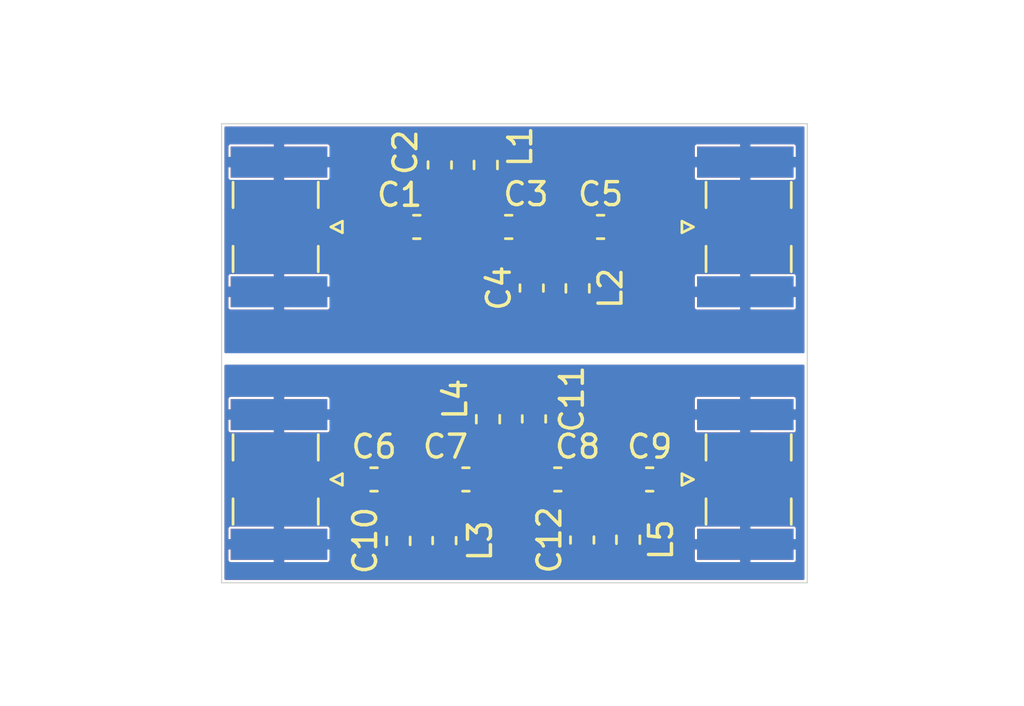
<source format=kicad_pcb>
(kicad_pcb (version 20171130) (host pcbnew "(5.1.7)-1")

  (general
    (thickness 1.6)
    (drawings 4)
    (tracks 32)
    (zones 0)
    (modules 21)
    (nets 12)
  )

  (page A4)
  (title_block
    (date 2020-02-20)
  )

  (layers
    (0 F.Cu signal)
    (31 B.Cu signal hide)
    (32 B.Adhes user)
    (33 F.Adhes user)
    (34 B.Paste user)
    (35 F.Paste user)
    (36 B.SilkS user)
    (37 F.SilkS user)
    (38 B.Mask user)
    (39 F.Mask user)
    (40 Dwgs.User user hide)
    (41 Cmts.User user hide)
    (42 Eco1.User user hide)
    (43 Eco2.User user hide)
    (44 Edge.Cuts user)
    (45 Margin user hide)
    (46 B.CrtYd user hide)
    (47 F.CrtYd user)
    (48 B.Fab user hide)
    (49 F.Fab user hide)
  )

  (setup
    (last_trace_width 0.45)
    (user_trace_width 0.25)
    (user_trace_width 0.3)
    (user_trace_width 0.45)
    (user_trace_width 0.5)
    (user_trace_width 0.75)
    (user_trace_width 1)
    (trace_clearance 0.1524)
    (zone_clearance 0.1)
    (zone_45_only no)
    (trace_min 0.1524)
    (via_size 0.6858)
    (via_drill 0.3302)
    (via_min_size 0.6858)
    (via_min_drill 0.3302)
    (uvia_size 0.6858)
    (uvia_drill 0.3302)
    (uvias_allowed no)
    (uvia_min_size 0.6858)
    (uvia_min_drill 0.3302)
    (edge_width 0.05)
    (segment_width 0.2)
    (pcb_text_width 0.3)
    (pcb_text_size 1.5 1.5)
    (mod_edge_width 0.12)
    (mod_text_size 1 1)
    (mod_text_width 0.15)
    (pad_size 1.524 1.524)
    (pad_drill 0.762)
    (pad_to_mask_clearance 0.0508)
    (solder_mask_min_width 0.1016)
    (aux_axis_origin 0 0)
    (visible_elements 7FFFFFFF)
    (pcbplotparams
      (layerselection 0x010fc_ffffffff)
      (usegerberextensions false)
      (usegerberattributes false)
      (usegerberadvancedattributes false)
      (creategerberjobfile false)
      (excludeedgelayer true)
      (linewidth 0.100000)
      (plotframeref false)
      (viasonmask false)
      (mode 1)
      (useauxorigin false)
      (hpglpennumber 1)
      (hpglpenspeed 20)
      (hpglpendiameter 15.000000)
      (psnegative false)
      (psa4output false)
      (plotreference true)
      (plotvalue true)
      (plotinvisibletext false)
      (padsonsilk false)
      (subtractmaskfromsilk false)
      (outputformat 1)
      (mirror false)
      (drillshape 0)
      (scaleselection 1)
      (outputdirectory "assembly/"))
  )

  (net 0 "")
  (net 1 "Net-(C1-Pad1)")
  (net 2 "Net-(C1-Pad2)")
  (net 3 GND)
  (net 4 "Net-(C3-Pad2)")
  (net 5 "Net-(C5-Pad2)")
  (net 6 "Net-(C10-Pad2)")
  (net 7 "Net-(C6-Pad1)")
  (net 8 "Net-(C11-Pad2)")
  (net 9 "Net-(C12-Pad2)")
  (net 10 "Net-(C9-Pad2)")
  (net 11 GND1)

  (net_class Default "This is the default net class."
    (clearance 0.1524)
    (trace_width 0.1524)
    (via_dia 0.6858)
    (via_drill 0.3302)
    (uvia_dia 0.6858)
    (uvia_drill 0.3302)
    (diff_pair_width 0.2032)
    (diff_pair_gap 0.254)
    (add_net GND)
    (add_net GND1)
    (add_net "Net-(C1-Pad1)")
    (add_net "Net-(C1-Pad2)")
    (add_net "Net-(C10-Pad2)")
    (add_net "Net-(C11-Pad2)")
    (add_net "Net-(C12-Pad2)")
    (add_net "Net-(C3-Pad2)")
    (add_net "Net-(C5-Pad2)")
    (add_net "Net-(C6-Pad1)")
    (add_net "Net-(C9-Pad2)")
  )

  (module Capacitor_SMD:C_0603_1608Metric_Pad1.08x0.95mm_HandSolder (layer F.Cu) (tedit 5F68FEEF) (tstamp 5FAB2349)
    (at 39 58)
    (descr "Capacitor SMD 0603 (1608 Metric), square (rectangular) end terminal, IPC_7351 nominal with elongated pad for handsoldering. (Body size source: IPC-SM-782 page 76, https://www.pcb-3d.com/wordpress/wp-content/uploads/ipc-sm-782a_amendment_1_and_2.pdf), generated with kicad-footprint-generator")
    (tags "capacitor handsolder")
    (path /5FAAD6A7)
    (attr smd)
    (fp_text reference C1 (at -0.75 -1.4) (layer F.SilkS)
      (effects (font (size 1 1) (thickness 0.15)))
    )
    (fp_text value 4.7pF (at 0 1.43) (layer F.Fab)
      (effects (font (size 1 1) (thickness 0.15)))
    )
    (fp_text user %R (at 0 0) (layer F.Fab)
      (effects (font (size 0.4 0.4) (thickness 0.06)))
    )
    (fp_line (start -0.8 0.4) (end -0.8 -0.4) (layer F.Fab) (width 0.1))
    (fp_line (start -0.8 -0.4) (end 0.8 -0.4) (layer F.Fab) (width 0.1))
    (fp_line (start 0.8 -0.4) (end 0.8 0.4) (layer F.Fab) (width 0.1))
    (fp_line (start 0.8 0.4) (end -0.8 0.4) (layer F.Fab) (width 0.1))
    (fp_line (start -0.146267 -0.51) (end 0.146267 -0.51) (layer F.SilkS) (width 0.12))
    (fp_line (start -0.146267 0.51) (end 0.146267 0.51) (layer F.SilkS) (width 0.12))
    (fp_line (start -1.65 0.73) (end -1.65 -0.73) (layer F.CrtYd) (width 0.05))
    (fp_line (start -1.65 -0.73) (end 1.65 -0.73) (layer F.CrtYd) (width 0.05))
    (fp_line (start 1.65 -0.73) (end 1.65 0.73) (layer F.CrtYd) (width 0.05))
    (fp_line (start 1.65 0.73) (end -1.65 0.73) (layer F.CrtYd) (width 0.05))
    (pad 2 smd roundrect (at 0.8625 0) (size 1.075 0.95) (layers F.Cu F.Paste F.Mask) (roundrect_rratio 0.25)
      (net 2 "Net-(C1-Pad2)"))
    (pad 1 smd roundrect (at -0.8625 0) (size 1.075 0.95) (layers F.Cu F.Paste F.Mask) (roundrect_rratio 0.25)
      (net 1 "Net-(C1-Pad1)"))
    (model ${KISYS3DMOD}/Capacitor_SMD.3dshapes/C_0603_1608Metric.wrl
      (at (xyz 0 0 0))
      (scale (xyz 1 1 1))
      (rotate (xyz 0 0 0))
    )
  )

  (module Capacitor_SMD:C_0603_1608Metric_Pad1.08x0.95mm_HandSolder (layer F.Cu) (tedit 5F68FEEF) (tstamp 5FAB235A)
    (at 40 55.3 270)
    (descr "Capacitor SMD 0603 (1608 Metric), square (rectangular) end terminal, IPC_7351 nominal with elongated pad for handsoldering. (Body size source: IPC-SM-782 page 76, https://www.pcb-3d.com/wordpress/wp-content/uploads/ipc-sm-782a_amendment_1_and_2.pdf), generated with kicad-footprint-generator")
    (tags "capacitor handsolder")
    (path /5E507905)
    (attr smd)
    (fp_text reference C2 (at -0.55 1.5 90) (layer F.SilkS)
      (effects (font (size 1 1) (thickness 0.15)))
    )
    (fp_text value 15pF (at 0 1.43 90) (layer F.Fab)
      (effects (font (size 1 1) (thickness 0.15)))
    )
    (fp_text user %R (at 0 0 90) (layer F.Fab)
      (effects (font (size 0.4 0.4) (thickness 0.06)))
    )
    (fp_line (start -0.8 0.4) (end -0.8 -0.4) (layer F.Fab) (width 0.1))
    (fp_line (start -0.8 -0.4) (end 0.8 -0.4) (layer F.Fab) (width 0.1))
    (fp_line (start 0.8 -0.4) (end 0.8 0.4) (layer F.Fab) (width 0.1))
    (fp_line (start 0.8 0.4) (end -0.8 0.4) (layer F.Fab) (width 0.1))
    (fp_line (start -0.146267 -0.51) (end 0.146267 -0.51) (layer F.SilkS) (width 0.12))
    (fp_line (start -0.146267 0.51) (end 0.146267 0.51) (layer F.SilkS) (width 0.12))
    (fp_line (start -1.65 0.73) (end -1.65 -0.73) (layer F.CrtYd) (width 0.05))
    (fp_line (start -1.65 -0.73) (end 1.65 -0.73) (layer F.CrtYd) (width 0.05))
    (fp_line (start 1.65 -0.73) (end 1.65 0.73) (layer F.CrtYd) (width 0.05))
    (fp_line (start 1.65 0.73) (end -1.65 0.73) (layer F.CrtYd) (width 0.05))
    (pad 2 smd roundrect (at 0.8625 0 270) (size 1.075 0.95) (layers F.Cu F.Paste F.Mask) (roundrect_rratio 0.25)
      (net 2 "Net-(C1-Pad2)"))
    (pad 1 smd roundrect (at -0.8625 0 270) (size 1.075 0.95) (layers F.Cu F.Paste F.Mask) (roundrect_rratio 0.25)
      (net 3 GND))
    (model ${KISYS3DMOD}/Capacitor_SMD.3dshapes/C_0603_1608Metric.wrl
      (at (xyz 0 0 0))
      (scale (xyz 1 1 1))
      (rotate (xyz 0 0 0))
    )
  )

  (module Capacitor_SMD:C_0603_1608Metric_Pad1.08x0.95mm_HandSolder (layer F.Cu) (tedit 5F68FEEF) (tstamp 5FAB236B)
    (at 43 58)
    (descr "Capacitor SMD 0603 (1608 Metric), square (rectangular) end terminal, IPC_7351 nominal with elongated pad for handsoldering. (Body size source: IPC-SM-782 page 76, https://www.pcb-3d.com/wordpress/wp-content/uploads/ipc-sm-782a_amendment_1_and_2.pdf), generated with kicad-footprint-generator")
    (tags "capacitor handsolder")
    (path /5FAAE0F6)
    (attr smd)
    (fp_text reference C3 (at 0.75 -1.43) (layer F.SilkS)
      (effects (font (size 1 1) (thickness 0.15)))
    )
    (fp_text value 1pF (at 0 1.43) (layer F.Fab)
      (effects (font (size 1 1) (thickness 0.15)))
    )
    (fp_line (start 1.65 0.73) (end -1.65 0.73) (layer F.CrtYd) (width 0.05))
    (fp_line (start 1.65 -0.73) (end 1.65 0.73) (layer F.CrtYd) (width 0.05))
    (fp_line (start -1.65 -0.73) (end 1.65 -0.73) (layer F.CrtYd) (width 0.05))
    (fp_line (start -1.65 0.73) (end -1.65 -0.73) (layer F.CrtYd) (width 0.05))
    (fp_line (start -0.146267 0.51) (end 0.146267 0.51) (layer F.SilkS) (width 0.12))
    (fp_line (start -0.146267 -0.51) (end 0.146267 -0.51) (layer F.SilkS) (width 0.12))
    (fp_line (start 0.8 0.4) (end -0.8 0.4) (layer F.Fab) (width 0.1))
    (fp_line (start 0.8 -0.4) (end 0.8 0.4) (layer F.Fab) (width 0.1))
    (fp_line (start -0.8 -0.4) (end 0.8 -0.4) (layer F.Fab) (width 0.1))
    (fp_line (start -0.8 0.4) (end -0.8 -0.4) (layer F.Fab) (width 0.1))
    (fp_text user %R (at 0 0) (layer F.Fab)
      (effects (font (size 0.4 0.4) (thickness 0.06)))
    )
    (pad 1 smd roundrect (at -0.8625 0) (size 1.075 0.95) (layers F.Cu F.Paste F.Mask) (roundrect_rratio 0.25)
      (net 2 "Net-(C1-Pad2)"))
    (pad 2 smd roundrect (at 0.8625 0) (size 1.075 0.95) (layers F.Cu F.Paste F.Mask) (roundrect_rratio 0.25)
      (net 4 "Net-(C3-Pad2)"))
    (model ${KISYS3DMOD}/Capacitor_SMD.3dshapes/C_0603_1608Metric.wrl
      (at (xyz 0 0 0))
      (scale (xyz 1 1 1))
      (rotate (xyz 0 0 0))
    )
  )

  (module Capacitor_SMD:C_0603_1608Metric_Pad1.08x0.95mm_HandSolder (layer F.Cu) (tedit 5F68FEEF) (tstamp 5FAB237C)
    (at 44 60.6625 90)
    (descr "Capacitor SMD 0603 (1608 Metric), square (rectangular) end terminal, IPC_7351 nominal with elongated pad for handsoldering. (Body size source: IPC-SM-782 page 76, https://www.pcb-3d.com/wordpress/wp-content/uploads/ipc-sm-782a_amendment_1_and_2.pdf), generated with kicad-footprint-generator")
    (tags "capacitor handsolder")
    (path /5E5082A0)
    (attr smd)
    (fp_text reference C4 (at 0 -1.43 90) (layer F.SilkS)
      (effects (font (size 1 1) (thickness 0.15)))
    )
    (fp_text value 15pF (at 0 1.43 90) (layer F.Fab)
      (effects (font (size 1 1) (thickness 0.15)))
    )
    (fp_line (start 1.65 0.73) (end -1.65 0.73) (layer F.CrtYd) (width 0.05))
    (fp_line (start 1.65 -0.73) (end 1.65 0.73) (layer F.CrtYd) (width 0.05))
    (fp_line (start -1.65 -0.73) (end 1.65 -0.73) (layer F.CrtYd) (width 0.05))
    (fp_line (start -1.65 0.73) (end -1.65 -0.73) (layer F.CrtYd) (width 0.05))
    (fp_line (start -0.146267 0.51) (end 0.146267 0.51) (layer F.SilkS) (width 0.12))
    (fp_line (start -0.146267 -0.51) (end 0.146267 -0.51) (layer F.SilkS) (width 0.12))
    (fp_line (start 0.8 0.4) (end -0.8 0.4) (layer F.Fab) (width 0.1))
    (fp_line (start 0.8 -0.4) (end 0.8 0.4) (layer F.Fab) (width 0.1))
    (fp_line (start -0.8 -0.4) (end 0.8 -0.4) (layer F.Fab) (width 0.1))
    (fp_line (start -0.8 0.4) (end -0.8 -0.4) (layer F.Fab) (width 0.1))
    (fp_text user %R (at 0 0 90) (layer F.Fab)
      (effects (font (size 0.4 0.4) (thickness 0.06)))
    )
    (pad 1 smd roundrect (at -0.8625 0 90) (size 1.075 0.95) (layers F.Cu F.Paste F.Mask) (roundrect_rratio 0.25)
      (net 3 GND))
    (pad 2 smd roundrect (at 0.8625 0 90) (size 1.075 0.95) (layers F.Cu F.Paste F.Mask) (roundrect_rratio 0.25)
      (net 4 "Net-(C3-Pad2)"))
    (model ${KISYS3DMOD}/Capacitor_SMD.3dshapes/C_0603_1608Metric.wrl
      (at (xyz 0 0 0))
      (scale (xyz 1 1 1))
      (rotate (xyz 0 0 0))
    )
  )

  (module Capacitor_SMD:C_0603_1608Metric_Pad1.08x0.95mm_HandSolder (layer F.Cu) (tedit 5F68FEEF) (tstamp 5FAB238D)
    (at 47 58)
    (descr "Capacitor SMD 0603 (1608 Metric), square (rectangular) end terminal, IPC_7351 nominal with elongated pad for handsoldering. (Body size source: IPC-SM-782 page 76, https://www.pcb-3d.com/wordpress/wp-content/uploads/ipc-sm-782a_amendment_1_and_2.pdf), generated with kicad-footprint-generator")
    (tags "capacitor handsolder")
    (path /5FAAE694)
    (attr smd)
    (fp_text reference C5 (at 0 -1.43) (layer F.SilkS)
      (effects (font (size 1 1) (thickness 0.15)))
    )
    (fp_text value 4.7pF (at 0 1.43) (layer F.Fab)
      (effects (font (size 1 1) (thickness 0.15)))
    )
    (fp_text user %R (at 0 0) (layer F.Fab)
      (effects (font (size 0.4 0.4) (thickness 0.06)))
    )
    (fp_line (start -0.8 0.4) (end -0.8 -0.4) (layer F.Fab) (width 0.1))
    (fp_line (start -0.8 -0.4) (end 0.8 -0.4) (layer F.Fab) (width 0.1))
    (fp_line (start 0.8 -0.4) (end 0.8 0.4) (layer F.Fab) (width 0.1))
    (fp_line (start 0.8 0.4) (end -0.8 0.4) (layer F.Fab) (width 0.1))
    (fp_line (start -0.146267 -0.51) (end 0.146267 -0.51) (layer F.SilkS) (width 0.12))
    (fp_line (start -0.146267 0.51) (end 0.146267 0.51) (layer F.SilkS) (width 0.12))
    (fp_line (start -1.65 0.73) (end -1.65 -0.73) (layer F.CrtYd) (width 0.05))
    (fp_line (start -1.65 -0.73) (end 1.65 -0.73) (layer F.CrtYd) (width 0.05))
    (fp_line (start 1.65 -0.73) (end 1.65 0.73) (layer F.CrtYd) (width 0.05))
    (fp_line (start 1.65 0.73) (end -1.65 0.73) (layer F.CrtYd) (width 0.05))
    (pad 2 smd roundrect (at 0.8625 0) (size 1.075 0.95) (layers F.Cu F.Paste F.Mask) (roundrect_rratio 0.25)
      (net 5 "Net-(C5-Pad2)"))
    (pad 1 smd roundrect (at -0.8625 0) (size 1.075 0.95) (layers F.Cu F.Paste F.Mask) (roundrect_rratio 0.25)
      (net 4 "Net-(C3-Pad2)"))
    (model ${KISYS3DMOD}/Capacitor_SMD.3dshapes/C_0603_1608Metric.wrl
      (at (xyz 0 0 0))
      (scale (xyz 1 1 1))
      (rotate (xyz 0 0 0))
    )
  )

  (module Capacitor_SMD:C_0603_1608Metric_Pad1.08x0.95mm_HandSolder (layer F.Cu) (tedit 5F68FEEF) (tstamp 5FAB239E)
    (at 37.1375 69)
    (descr "Capacitor SMD 0603 (1608 Metric), square (rectangular) end terminal, IPC_7351 nominal with elongated pad for handsoldering. (Body size source: IPC-SM-782 page 76, https://www.pcb-3d.com/wordpress/wp-content/uploads/ipc-sm-782a_amendment_1_and_2.pdf), generated with kicad-footprint-generator")
    (tags "capacitor handsolder")
    (path /5FAB9DCD)
    (attr smd)
    (fp_text reference C6 (at 0 -1.43) (layer F.SilkS)
      (effects (font (size 1 1) (thickness 0.15)))
    )
    (fp_text value 56p (at 0 1.43) (layer F.Fab)
      (effects (font (size 1 1) (thickness 0.15)))
    )
    (fp_text user %R (at 0 0) (layer F.Fab)
      (effects (font (size 0.4 0.4) (thickness 0.06)))
    )
    (fp_line (start -0.8 0.4) (end -0.8 -0.4) (layer F.Fab) (width 0.1))
    (fp_line (start -0.8 -0.4) (end 0.8 -0.4) (layer F.Fab) (width 0.1))
    (fp_line (start 0.8 -0.4) (end 0.8 0.4) (layer F.Fab) (width 0.1))
    (fp_line (start 0.8 0.4) (end -0.8 0.4) (layer F.Fab) (width 0.1))
    (fp_line (start -0.146267 -0.51) (end 0.146267 -0.51) (layer F.SilkS) (width 0.12))
    (fp_line (start -0.146267 0.51) (end 0.146267 0.51) (layer F.SilkS) (width 0.12))
    (fp_line (start -1.65 0.73) (end -1.65 -0.73) (layer F.CrtYd) (width 0.05))
    (fp_line (start -1.65 -0.73) (end 1.65 -0.73) (layer F.CrtYd) (width 0.05))
    (fp_line (start 1.65 -0.73) (end 1.65 0.73) (layer F.CrtYd) (width 0.05))
    (fp_line (start 1.65 0.73) (end -1.65 0.73) (layer F.CrtYd) (width 0.05))
    (pad 2 smd roundrect (at 0.8625 0) (size 1.075 0.95) (layers F.Cu F.Paste F.Mask) (roundrect_rratio 0.25)
      (net 6 "Net-(C10-Pad2)"))
    (pad 1 smd roundrect (at -0.8625 0) (size 1.075 0.95) (layers F.Cu F.Paste F.Mask) (roundrect_rratio 0.25)
      (net 7 "Net-(C6-Pad1)"))
    (model ${KISYS3DMOD}/Capacitor_SMD.3dshapes/C_0603_1608Metric.wrl
      (at (xyz 0 0 0))
      (scale (xyz 1 1 1))
      (rotate (xyz 0 0 0))
    )
  )

  (module Capacitor_SMD:C_0603_1608Metric_Pad1.08x0.95mm_HandSolder (layer F.Cu) (tedit 5F68FEEF) (tstamp 5FAB23AF)
    (at 41.1375 69)
    (descr "Capacitor SMD 0603 (1608 Metric), square (rectangular) end terminal, IPC_7351 nominal with elongated pad for handsoldering. (Body size source: IPC-SM-782 page 76, https://www.pcb-3d.com/wordpress/wp-content/uploads/ipc-sm-782a_amendment_1_and_2.pdf), generated with kicad-footprint-generator")
    (tags "capacitor handsolder")
    (path /5FAB9DD3)
    (attr smd)
    (fp_text reference C7 (at -0.8875 -1.43) (layer F.SilkS)
      (effects (font (size 1 1) (thickness 0.15)))
    )
    (fp_text value 13p (at 0 1.43) (layer F.Fab)
      (effects (font (size 1 1) (thickness 0.15)))
    )
    (fp_line (start 1.65 0.73) (end -1.65 0.73) (layer F.CrtYd) (width 0.05))
    (fp_line (start 1.65 -0.73) (end 1.65 0.73) (layer F.CrtYd) (width 0.05))
    (fp_line (start -1.65 -0.73) (end 1.65 -0.73) (layer F.CrtYd) (width 0.05))
    (fp_line (start -1.65 0.73) (end -1.65 -0.73) (layer F.CrtYd) (width 0.05))
    (fp_line (start -0.146267 0.51) (end 0.146267 0.51) (layer F.SilkS) (width 0.12))
    (fp_line (start -0.146267 -0.51) (end 0.146267 -0.51) (layer F.SilkS) (width 0.12))
    (fp_line (start 0.8 0.4) (end -0.8 0.4) (layer F.Fab) (width 0.1))
    (fp_line (start 0.8 -0.4) (end 0.8 0.4) (layer F.Fab) (width 0.1))
    (fp_line (start -0.8 -0.4) (end 0.8 -0.4) (layer F.Fab) (width 0.1))
    (fp_line (start -0.8 0.4) (end -0.8 -0.4) (layer F.Fab) (width 0.1))
    (fp_text user %R (at 0 0) (layer F.Fab)
      (effects (font (size 0.4 0.4) (thickness 0.06)))
    )
    (pad 1 smd roundrect (at -0.8625 0) (size 1.075 0.95) (layers F.Cu F.Paste F.Mask) (roundrect_rratio 0.25)
      (net 6 "Net-(C10-Pad2)"))
    (pad 2 smd roundrect (at 0.8625 0) (size 1.075 0.95) (layers F.Cu F.Paste F.Mask) (roundrect_rratio 0.25)
      (net 8 "Net-(C11-Pad2)"))
    (model ${KISYS3DMOD}/Capacitor_SMD.3dshapes/C_0603_1608Metric.wrl
      (at (xyz 0 0 0))
      (scale (xyz 1 1 1))
      (rotate (xyz 0 0 0))
    )
  )

  (module Capacitor_SMD:C_0603_1608Metric_Pad1.08x0.95mm_HandSolder (layer F.Cu) (tedit 5F68FEEF) (tstamp 5FAB23C0)
    (at 45.1375 69)
    (descr "Capacitor SMD 0603 (1608 Metric), square (rectangular) end terminal, IPC_7351 nominal with elongated pad for handsoldering. (Body size source: IPC-SM-782 page 76, https://www.pcb-3d.com/wordpress/wp-content/uploads/ipc-sm-782a_amendment_1_and_2.pdf), generated with kicad-footprint-generator")
    (tags "capacitor handsolder")
    (path /5FAB9DD9)
    (attr smd)
    (fp_text reference C8 (at 0.8625 -1.43) (layer F.SilkS)
      (effects (font (size 1 1) (thickness 0.15)))
    )
    (fp_text value 13p (at 0 1.43) (layer F.Fab)
      (effects (font (size 1 1) (thickness 0.15)))
    )
    (fp_text user %R (at 0 0) (layer F.Fab)
      (effects (font (size 0.4 0.4) (thickness 0.06)))
    )
    (fp_line (start -0.8 0.4) (end -0.8 -0.4) (layer F.Fab) (width 0.1))
    (fp_line (start -0.8 -0.4) (end 0.8 -0.4) (layer F.Fab) (width 0.1))
    (fp_line (start 0.8 -0.4) (end 0.8 0.4) (layer F.Fab) (width 0.1))
    (fp_line (start 0.8 0.4) (end -0.8 0.4) (layer F.Fab) (width 0.1))
    (fp_line (start -0.146267 -0.51) (end 0.146267 -0.51) (layer F.SilkS) (width 0.12))
    (fp_line (start -0.146267 0.51) (end 0.146267 0.51) (layer F.SilkS) (width 0.12))
    (fp_line (start -1.65 0.73) (end -1.65 -0.73) (layer F.CrtYd) (width 0.05))
    (fp_line (start -1.65 -0.73) (end 1.65 -0.73) (layer F.CrtYd) (width 0.05))
    (fp_line (start 1.65 -0.73) (end 1.65 0.73) (layer F.CrtYd) (width 0.05))
    (fp_line (start 1.65 0.73) (end -1.65 0.73) (layer F.CrtYd) (width 0.05))
    (pad 2 smd roundrect (at 0.8625 0) (size 1.075 0.95) (layers F.Cu F.Paste F.Mask) (roundrect_rratio 0.25)
      (net 9 "Net-(C12-Pad2)"))
    (pad 1 smd roundrect (at -0.8625 0) (size 1.075 0.95) (layers F.Cu F.Paste F.Mask) (roundrect_rratio 0.25)
      (net 8 "Net-(C11-Pad2)"))
    (model ${KISYS3DMOD}/Capacitor_SMD.3dshapes/C_0603_1608Metric.wrl
      (at (xyz 0 0 0))
      (scale (xyz 1 1 1))
      (rotate (xyz 0 0 0))
    )
  )

  (module Capacitor_SMD:C_0603_1608Metric_Pad1.08x0.95mm_HandSolder (layer F.Cu) (tedit 5F68FEEF) (tstamp 5FAB23D1)
    (at 49.1375 69)
    (descr "Capacitor SMD 0603 (1608 Metric), square (rectangular) end terminal, IPC_7351 nominal with elongated pad for handsoldering. (Body size source: IPC-SM-782 page 76, https://www.pcb-3d.com/wordpress/wp-content/uploads/ipc-sm-782a_amendment_1_and_2.pdf), generated with kicad-footprint-generator")
    (tags "capacitor handsolder")
    (path /5FAC475E)
    (attr smd)
    (fp_text reference C9 (at 0 -1.43) (layer F.SilkS)
      (effects (font (size 1 1) (thickness 0.15)))
    )
    (fp_text value 56p (at 0 1.43) (layer F.Fab)
      (effects (font (size 1 1) (thickness 0.15)))
    )
    (fp_text user %R (at 0 0) (layer F.Fab)
      (effects (font (size 0.4 0.4) (thickness 0.06)))
    )
    (fp_line (start -0.8 0.4) (end -0.8 -0.4) (layer F.Fab) (width 0.1))
    (fp_line (start -0.8 -0.4) (end 0.8 -0.4) (layer F.Fab) (width 0.1))
    (fp_line (start 0.8 -0.4) (end 0.8 0.4) (layer F.Fab) (width 0.1))
    (fp_line (start 0.8 0.4) (end -0.8 0.4) (layer F.Fab) (width 0.1))
    (fp_line (start -0.146267 -0.51) (end 0.146267 -0.51) (layer F.SilkS) (width 0.12))
    (fp_line (start -0.146267 0.51) (end 0.146267 0.51) (layer F.SilkS) (width 0.12))
    (fp_line (start -1.65 0.73) (end -1.65 -0.73) (layer F.CrtYd) (width 0.05))
    (fp_line (start -1.65 -0.73) (end 1.65 -0.73) (layer F.CrtYd) (width 0.05))
    (fp_line (start 1.65 -0.73) (end 1.65 0.73) (layer F.CrtYd) (width 0.05))
    (fp_line (start 1.65 0.73) (end -1.65 0.73) (layer F.CrtYd) (width 0.05))
    (pad 2 smd roundrect (at 0.8625 0) (size 1.075 0.95) (layers F.Cu F.Paste F.Mask) (roundrect_rratio 0.25)
      (net 10 "Net-(C9-Pad2)"))
    (pad 1 smd roundrect (at -0.8625 0) (size 1.075 0.95) (layers F.Cu F.Paste F.Mask) (roundrect_rratio 0.25)
      (net 9 "Net-(C12-Pad2)"))
    (model ${KISYS3DMOD}/Capacitor_SMD.3dshapes/C_0603_1608Metric.wrl
      (at (xyz 0 0 0))
      (scale (xyz 1 1 1))
      (rotate (xyz 0 0 0))
    )
  )

  (module Capacitor_SMD:C_0603_1608Metric_Pad1.08x0.95mm_HandSolder (layer F.Cu) (tedit 5F68FEEF) (tstamp 5FAB23E2)
    (at 40.2 71.6625 90)
    (descr "Capacitor SMD 0603 (1608 Metric), square (rectangular) end terminal, IPC_7351 nominal with elongated pad for handsoldering. (Body size source: IPC-SM-782 page 76, https://www.pcb-3d.com/wordpress/wp-content/uploads/ipc-sm-782a_amendment_1_and_2.pdf), generated with kicad-footprint-generator")
    (tags "capacitor handsolder")
    (path /5FAB9D8B)
    (attr smd)
    (fp_text reference C10 (at 0 -3.45 90) (layer F.SilkS)
      (effects (font (size 1 1) (thickness 0.15)))
    )
    (fp_text value 240p (at 0 1.43 90) (layer F.Fab)
      (effects (font (size 1 1) (thickness 0.15)))
    )
    (fp_line (start 1.65 0.73) (end -1.65 0.73) (layer F.CrtYd) (width 0.05))
    (fp_line (start 1.65 -0.73) (end 1.65 0.73) (layer F.CrtYd) (width 0.05))
    (fp_line (start -1.65 -0.73) (end 1.65 -0.73) (layer F.CrtYd) (width 0.05))
    (fp_line (start -1.65 0.73) (end -1.65 -0.73) (layer F.CrtYd) (width 0.05))
    (fp_line (start -0.146267 0.51) (end 0.146267 0.51) (layer F.SilkS) (width 0.12))
    (fp_line (start -0.146267 -0.51) (end 0.146267 -0.51) (layer F.SilkS) (width 0.12))
    (fp_line (start 0.8 0.4) (end -0.8 0.4) (layer F.Fab) (width 0.1))
    (fp_line (start 0.8 -0.4) (end 0.8 0.4) (layer F.Fab) (width 0.1))
    (fp_line (start -0.8 -0.4) (end 0.8 -0.4) (layer F.Fab) (width 0.1))
    (fp_line (start -0.8 0.4) (end -0.8 -0.4) (layer F.Fab) (width 0.1))
    (fp_text user %R (at 0 0 90) (layer F.Fab)
      (effects (font (size 0.4 0.4) (thickness 0.06)))
    )
    (pad 1 smd roundrect (at -0.8625 0 90) (size 1.075 0.95) (layers F.Cu F.Paste F.Mask) (roundrect_rratio 0.25)
      (net 11 GND1))
    (pad 2 smd roundrect (at 0.8625 0 90) (size 1.075 0.95) (layers F.Cu F.Paste F.Mask) (roundrect_rratio 0.25)
      (net 6 "Net-(C10-Pad2)"))
    (model ${KISYS3DMOD}/Capacitor_SMD.3dshapes/C_0603_1608Metric.wrl
      (at (xyz 0 0 0))
      (scale (xyz 1 1 1))
      (rotate (xyz 0 0 0))
    )
  )

  (module Capacitor_SMD:C_0603_1608Metric_Pad1.08x0.95mm_HandSolder (layer F.Cu) (tedit 5F68FEEF) (tstamp 5FAB23F3)
    (at 44.1 66.3625 270)
    (descr "Capacitor SMD 0603 (1608 Metric), square (rectangular) end terminal, IPC_7351 nominal with elongated pad for handsoldering. (Body size source: IPC-SM-782 page 76, https://www.pcb-3d.com/wordpress/wp-content/uploads/ipc-sm-782a_amendment_1_and_2.pdf), generated with kicad-footprint-generator")
    (tags "capacitor handsolder")
    (path /5FAB9D91)
    (attr smd)
    (fp_text reference C11 (at -0.8625 -1.65 90) (layer F.SilkS)
      (effects (font (size 1 1) (thickness 0.15)))
    )
    (fp_text value 240p (at 0 1.43 90) (layer F.Fab)
      (effects (font (size 1 1) (thickness 0.15)))
    )
    (fp_line (start 1.65 0.73) (end -1.65 0.73) (layer F.CrtYd) (width 0.05))
    (fp_line (start 1.65 -0.73) (end 1.65 0.73) (layer F.CrtYd) (width 0.05))
    (fp_line (start -1.65 -0.73) (end 1.65 -0.73) (layer F.CrtYd) (width 0.05))
    (fp_line (start -1.65 0.73) (end -1.65 -0.73) (layer F.CrtYd) (width 0.05))
    (fp_line (start -0.146267 0.51) (end 0.146267 0.51) (layer F.SilkS) (width 0.12))
    (fp_line (start -0.146267 -0.51) (end 0.146267 -0.51) (layer F.SilkS) (width 0.12))
    (fp_line (start 0.8 0.4) (end -0.8 0.4) (layer F.Fab) (width 0.1))
    (fp_line (start 0.8 -0.4) (end 0.8 0.4) (layer F.Fab) (width 0.1))
    (fp_line (start -0.8 -0.4) (end 0.8 -0.4) (layer F.Fab) (width 0.1))
    (fp_line (start -0.8 0.4) (end -0.8 -0.4) (layer F.Fab) (width 0.1))
    (fp_text user %R (at 0 0 90) (layer F.Fab)
      (effects (font (size 0.4 0.4) (thickness 0.06)))
    )
    (pad 1 smd roundrect (at -0.8625 0 270) (size 1.075 0.95) (layers F.Cu F.Paste F.Mask) (roundrect_rratio 0.25)
      (net 11 GND1))
    (pad 2 smd roundrect (at 0.8625 0 270) (size 1.075 0.95) (layers F.Cu F.Paste F.Mask) (roundrect_rratio 0.25)
      (net 8 "Net-(C11-Pad2)"))
    (model ${KISYS3DMOD}/Capacitor_SMD.3dshapes/C_0603_1608Metric.wrl
      (at (xyz 0 0 0))
      (scale (xyz 1 1 1))
      (rotate (xyz 0 0 0))
    )
  )

  (module Capacitor_SMD:C_0603_1608Metric_Pad1.08x0.95mm_HandSolder (layer F.Cu) (tedit 5F68FEEF) (tstamp 5FAB44E9)
    (at 46.2 71.6375 90)
    (descr "Capacitor SMD 0603 (1608 Metric), square (rectangular) end terminal, IPC_7351 nominal with elongated pad for handsoldering. (Body size source: IPC-SM-782 page 76, https://www.pcb-3d.com/wordpress/wp-content/uploads/ipc-sm-782a_amendment_1_and_2.pdf), generated with kicad-footprint-generator")
    (tags "capacitor handsolder")
    (path /5FAC473F)
    (attr smd)
    (fp_text reference C12 (at 0 -1.43 90) (layer F.SilkS)
      (effects (font (size 1 1) (thickness 0.15)))
    )
    (fp_text value 240p (at 0 1.43 90) (layer F.Fab)
      (effects (font (size 1 1) (thickness 0.15)))
    )
    (fp_line (start 1.65 0.73) (end -1.65 0.73) (layer F.CrtYd) (width 0.05))
    (fp_line (start 1.65 -0.73) (end 1.65 0.73) (layer F.CrtYd) (width 0.05))
    (fp_line (start -1.65 -0.73) (end 1.65 -0.73) (layer F.CrtYd) (width 0.05))
    (fp_line (start -1.65 0.73) (end -1.65 -0.73) (layer F.CrtYd) (width 0.05))
    (fp_line (start -0.146267 0.51) (end 0.146267 0.51) (layer F.SilkS) (width 0.12))
    (fp_line (start -0.146267 -0.51) (end 0.146267 -0.51) (layer F.SilkS) (width 0.12))
    (fp_line (start 0.8 0.4) (end -0.8 0.4) (layer F.Fab) (width 0.1))
    (fp_line (start 0.8 -0.4) (end 0.8 0.4) (layer F.Fab) (width 0.1))
    (fp_line (start -0.8 -0.4) (end 0.8 -0.4) (layer F.Fab) (width 0.1))
    (fp_line (start -0.8 0.4) (end -0.8 -0.4) (layer F.Fab) (width 0.1))
    (fp_text user %R (at 0 0 90) (layer F.Fab)
      (effects (font (size 0.4 0.4) (thickness 0.06)))
    )
    (pad 1 smd roundrect (at -0.8625 0 90) (size 1.075 0.95) (layers F.Cu F.Paste F.Mask) (roundrect_rratio 0.25)
      (net 11 GND1))
    (pad 2 smd roundrect (at 0.8625 0 90) (size 1.075 0.95) (layers F.Cu F.Paste F.Mask) (roundrect_rratio 0.25)
      (net 9 "Net-(C12-Pad2)"))
    (model ${KISYS3DMOD}/Capacitor_SMD.3dshapes/C_0603_1608Metric.wrl
      (at (xyz 0 0 0))
      (scale (xyz 1 1 1))
      (rotate (xyz 0 0 0))
    )
  )

  (module _Custom:Samtec_SMA-J-P-X-ST-EM1_EdgeMount (layer F.Cu) (tedit 5FA6A28B) (tstamp 5FAB29AA)
    (at 33 58 270)
    (descr "Connector SMA, 0Hz to 20GHz, 50Ohm, Edge Mount (http://suddendocs.samtec.com/prints/sma-j-p-x-st-em1-mkt.pdf)")
    (tags "SMA Straight Samtec Edge Mount")
    (path /5E501DFE)
    (attr smd)
    (fp_text reference J1 (at -5 4 90) (layer F.Fab)
      (effects (font (size 1 1) (thickness 0.15)))
    )
    (fp_text value Conn_Coaxial (at 0 13 90) (layer F.Fab)
      (effects (font (size 1 1) (thickness 0.15)))
    )
    (fp_text user "Board Thickness: 1.57mm" (at 0 -5.45 90) (layer Cmts.User)
      (effects (font (size 1 1) (thickness 0.15)))
    )
    (fp_text user "PCB Edge" (at 0 2.6 90) (layer Dwgs.User)
      (effects (font (size 0.5 0.5) (thickness 0.1)))
    )
    (fp_text user %R (at 0 4.79 270) (layer F.Fab)
      (effects (font (size 1 1) (thickness 0.15)))
    )
    (fp_line (start -0.25 -2.76) (end 0 -2.26) (layer F.SilkS) (width 0.12))
    (fp_line (start 0.25 -2.76) (end -0.25 -2.76) (layer F.SilkS) (width 0.12))
    (fp_line (start 0 -2.26) (end 0.25 -2.76) (layer F.SilkS) (width 0.12))
    (fp_line (start 0 3.1) (end -0.64 2.1) (layer F.Fab) (width 0.1))
    (fp_line (start 0.64 2.1) (end 0 3.1) (layer F.Fab) (width 0.1))
    (fp_line (start 4 2.6) (end 4 -2.6) (layer F.CrtYd) (width 0.05))
    (fp_line (start 3.68 12.12) (end -3.68 12.12) (layer F.CrtYd) (width 0.05))
    (fp_line (start -4 2.6) (end -4 -2.6) (layer F.CrtYd) (width 0.05))
    (fp_line (start -4 -2.6) (end 4 -2.6) (layer F.CrtYd) (width 0.05))
    (fp_line (start 4 2.6) (end 4 -2.6) (layer B.CrtYd) (width 0.05))
    (fp_line (start 3.68 12.12) (end -3.68 12.12) (layer B.CrtYd) (width 0.05))
    (fp_line (start -4 2.6) (end -4 -2.6) (layer B.CrtYd) (width 0.05))
    (fp_line (start -4 -2.6) (end 4 -2.6) (layer B.CrtYd) (width 0.05))
    (fp_line (start 3.165 11.62) (end -3.165 11.62) (layer F.Fab) (width 0.1))
    (fp_line (start 3.175 -1.71) (end 3.175 11.62) (layer F.Fab) (width 0.1))
    (fp_line (start 3.175 -1.71) (end 2.365 -1.71) (layer F.Fab) (width 0.1))
    (fp_line (start 2.365 -1.71) (end 2.365 2.1) (layer F.Fab) (width 0.1))
    (fp_line (start 2.365 2.1) (end -2.365 2.1) (layer F.Fab) (width 0.1))
    (fp_line (start -2.365 2.1) (end -2.365 -1.71) (layer F.Fab) (width 0.1))
    (fp_line (start -2.365 -1.71) (end -3.175 -1.71) (layer F.Fab) (width 0.1))
    (fp_line (start -3.175 -1.71) (end -3.175 11.62) (layer F.Fab) (width 0.1))
    (fp_line (start 4.1 2.1) (end -4.1 2.1) (layer Dwgs.User) (width 0.1))
    (fp_line (start -3.68 2.6) (end -4 2.6) (layer F.CrtYd) (width 0.05))
    (fp_line (start -3.68 12.12) (end -3.68 2.6) (layer F.CrtYd) (width 0.05))
    (fp_line (start 3.68 2.6) (end 4 2.6) (layer F.CrtYd) (width 0.05))
    (fp_line (start 3.68 2.6) (end 3.68 12.12) (layer F.CrtYd) (width 0.05))
    (fp_line (start -3.68 2.6) (end -4 2.6) (layer B.CrtYd) (width 0.05))
    (fp_line (start -3.68 12.12) (end -3.68 2.6) (layer B.CrtYd) (width 0.05))
    (fp_line (start 4 2.6) (end 3.68 2.6) (layer B.CrtYd) (width 0.05))
    (fp_line (start 3.68 2.6) (end 3.68 12.12) (layer B.CrtYd) (width 0.05))
    (fp_line (start -1.95 2) (end -0.84 2) (layer F.SilkS) (width 0.12))
    (fp_line (start 0.84 2) (end 1.95 2) (layer F.SilkS) (width 0.12))
    (fp_line (start -1.95 -1.71) (end -0.84 -1.71) (layer F.SilkS) (width 0.12))
    (fp_line (start 0.84 -1.71) (end 1.95 -1.71) (layer F.SilkS) (width 0.12))
    (pad 1 smd rect (at 0 0.2 270) (size 1.27 3.6) (layers F.Cu F.Paste F.Mask)
      (net 1 "Net-(C1-Pad1)"))
    (pad 2 smd rect (at 2.825 0 270) (size 1.35 4.2) (layers F.Cu F.Paste F.Mask)
      (net 3 GND))
    (pad 2 smd rect (at -2.825 0 270) (size 1.35 4.2) (layers F.Cu F.Paste F.Mask)
      (net 3 GND))
    (pad 2 smd rect (at 2.825 0 270) (size 1.35 4.2) (layers B.Cu B.Paste B.Mask)
      (net 3 GND))
    (pad 2 smd rect (at -2.825 0 270) (size 1.35 4.2) (layers B.Cu B.Paste B.Mask)
      (net 3 GND))
    (model ${KISYS3DMOD}/Connector_Coaxial.3dshapes/SMA_Samtec_SMA-J-P-X-ST-EM1_EdgeMount.wrl
      (at (xyz 0 0 0))
      (scale (xyz 1 1 1))
      (rotate (xyz 0 0 0))
    )
    (model "C:/Users/patri/Dropbox/KiCAD/_KiCAD Libraries/3d/SMA-J-P-H-ST-EM1.stp"
      (offset (xyz 0 -4 0.5))
      (scale (xyz 1 1 1))
      (rotate (xyz -180 -90 0))
    )
  )

  (module _Custom:Samtec_SMA-J-P-X-ST-EM1_EdgeMount (layer F.Cu) (tedit 5FA6A28B) (tstamp 5FAB2460)
    (at 53.3 58 90)
    (descr "Connector SMA, 0Hz to 20GHz, 50Ohm, Edge Mount (http://suddendocs.samtec.com/prints/sma-j-p-x-st-em1-mkt.pdf)")
    (tags "SMA Straight Samtec Edge Mount")
    (path /5E5046BE)
    (attr smd)
    (fp_text reference J2 (at 5 3.2 90) (layer F.Fab)
      (effects (font (size 1 1) (thickness 0.15)))
    )
    (fp_text value Conn_Coaxial (at 0 13 90) (layer F.Fab)
      (effects (font (size 1 1) (thickness 0.15)))
    )
    (fp_line (start 0.84 -1.71) (end 1.95 -1.71) (layer F.SilkS) (width 0.12))
    (fp_line (start -1.95 -1.71) (end -0.84 -1.71) (layer F.SilkS) (width 0.12))
    (fp_line (start 0.84 2) (end 1.95 2) (layer F.SilkS) (width 0.12))
    (fp_line (start -1.95 2) (end -0.84 2) (layer F.SilkS) (width 0.12))
    (fp_line (start 3.68 2.6) (end 3.68 12.12) (layer B.CrtYd) (width 0.05))
    (fp_line (start 4 2.6) (end 3.68 2.6) (layer B.CrtYd) (width 0.05))
    (fp_line (start -3.68 12.12) (end -3.68 2.6) (layer B.CrtYd) (width 0.05))
    (fp_line (start -3.68 2.6) (end -4 2.6) (layer B.CrtYd) (width 0.05))
    (fp_line (start 3.68 2.6) (end 3.68 12.12) (layer F.CrtYd) (width 0.05))
    (fp_line (start 3.68 2.6) (end 4 2.6) (layer F.CrtYd) (width 0.05))
    (fp_line (start -3.68 12.12) (end -3.68 2.6) (layer F.CrtYd) (width 0.05))
    (fp_line (start -3.68 2.6) (end -4 2.6) (layer F.CrtYd) (width 0.05))
    (fp_line (start 4.1 2.1) (end -4.1 2.1) (layer Dwgs.User) (width 0.1))
    (fp_line (start -3.175 -1.71) (end -3.175 11.62) (layer F.Fab) (width 0.1))
    (fp_line (start -2.365 -1.71) (end -3.175 -1.71) (layer F.Fab) (width 0.1))
    (fp_line (start -2.365 2.1) (end -2.365 -1.71) (layer F.Fab) (width 0.1))
    (fp_line (start 2.365 2.1) (end -2.365 2.1) (layer F.Fab) (width 0.1))
    (fp_line (start 2.365 -1.71) (end 2.365 2.1) (layer F.Fab) (width 0.1))
    (fp_line (start 3.175 -1.71) (end 2.365 -1.71) (layer F.Fab) (width 0.1))
    (fp_line (start 3.175 -1.71) (end 3.175 11.62) (layer F.Fab) (width 0.1))
    (fp_line (start 3.165 11.62) (end -3.165 11.62) (layer F.Fab) (width 0.1))
    (fp_line (start -4 -2.6) (end 4 -2.6) (layer B.CrtYd) (width 0.05))
    (fp_line (start -4 2.6) (end -4 -2.6) (layer B.CrtYd) (width 0.05))
    (fp_line (start 3.68 12.12) (end -3.68 12.12) (layer B.CrtYd) (width 0.05))
    (fp_line (start 4 2.6) (end 4 -2.6) (layer B.CrtYd) (width 0.05))
    (fp_line (start -4 -2.6) (end 4 -2.6) (layer F.CrtYd) (width 0.05))
    (fp_line (start -4 2.6) (end -4 -2.6) (layer F.CrtYd) (width 0.05))
    (fp_line (start 3.68 12.12) (end -3.68 12.12) (layer F.CrtYd) (width 0.05))
    (fp_line (start 4 2.6) (end 4 -2.6) (layer F.CrtYd) (width 0.05))
    (fp_line (start 0.64 2.1) (end 0 3.1) (layer F.Fab) (width 0.1))
    (fp_line (start 0 3.1) (end -0.64 2.1) (layer F.Fab) (width 0.1))
    (fp_line (start 0 -2.26) (end 0.25 -2.76) (layer F.SilkS) (width 0.12))
    (fp_line (start 0.25 -2.76) (end -0.25 -2.76) (layer F.SilkS) (width 0.12))
    (fp_line (start -0.25 -2.76) (end 0 -2.26) (layer F.SilkS) (width 0.12))
    (fp_text user %R (at 0 4.79 270) (layer F.Fab)
      (effects (font (size 1 1) (thickness 0.15)))
    )
    (fp_text user "PCB Edge" (at 0 2.6 90) (layer Dwgs.User)
      (effects (font (size 0.5 0.5) (thickness 0.1)))
    )
    (fp_text user "Board Thickness: 1.57mm" (at 0 -5.45 90) (layer Cmts.User)
      (effects (font (size 1 1) (thickness 0.15)))
    )
    (pad 2 smd rect (at -2.825 0 90) (size 1.35 4.2) (layers B.Cu B.Paste B.Mask)
      (net 3 GND))
    (pad 2 smd rect (at 2.825 0 90) (size 1.35 4.2) (layers B.Cu B.Paste B.Mask)
      (net 3 GND))
    (pad 2 smd rect (at -2.825 0 90) (size 1.35 4.2) (layers F.Cu F.Paste F.Mask)
      (net 3 GND))
    (pad 2 smd rect (at 2.825 0 90) (size 1.35 4.2) (layers F.Cu F.Paste F.Mask)
      (net 3 GND))
    (pad 1 smd rect (at 0 0.2 90) (size 1.27 3.6) (layers F.Cu F.Paste F.Mask)
      (net 5 "Net-(C5-Pad2)"))
    (model ${KISYS3DMOD}/Connector_Coaxial.3dshapes/SMA_Samtec_SMA-J-P-X-ST-EM1_EdgeMount.wrl
      (at (xyz 0 0 0))
      (scale (xyz 1 1 1))
      (rotate (xyz 0 0 0))
    )
    (model "C:/Users/patri/Dropbox/KiCAD/_KiCAD Libraries/3d/SMA-J-P-H-ST-EM1.stp"
      (offset (xyz 0 -4 0.5))
      (scale (xyz 1 1 1))
      (rotate (xyz -180 -90 0))
    )
  )

  (module _Custom:Samtec_SMA-J-P-X-ST-EM1_EdgeMount (layer F.Cu) (tedit 5FA6A28B) (tstamp 5FAB248E)
    (at 33 69 270)
    (descr "Connector SMA, 0Hz to 20GHz, 50Ohm, Edge Mount (http://suddendocs.samtec.com/prints/sma-j-p-x-st-em1-mkt.pdf)")
    (tags "SMA Straight Samtec Edge Mount")
    (path /5FAB9D73)
    (attr smd)
    (fp_text reference J3 (at -5 4 90) (layer F.Fab)
      (effects (font (size 1 1) (thickness 0.15)))
    )
    (fp_text value Conn_Coaxial (at 0 13 90) (layer F.Fab)
      (effects (font (size 1 1) (thickness 0.15)))
    )
    (fp_line (start 0.84 -1.71) (end 1.95 -1.71) (layer F.SilkS) (width 0.12))
    (fp_line (start -1.95 -1.71) (end -0.84 -1.71) (layer F.SilkS) (width 0.12))
    (fp_line (start 0.84 2) (end 1.95 2) (layer F.SilkS) (width 0.12))
    (fp_line (start -1.95 2) (end -0.84 2) (layer F.SilkS) (width 0.12))
    (fp_line (start 3.68 2.6) (end 3.68 12.12) (layer B.CrtYd) (width 0.05))
    (fp_line (start 4 2.6) (end 3.68 2.6) (layer B.CrtYd) (width 0.05))
    (fp_line (start -3.68 12.12) (end -3.68 2.6) (layer B.CrtYd) (width 0.05))
    (fp_line (start -3.68 2.6) (end -4 2.6) (layer B.CrtYd) (width 0.05))
    (fp_line (start 3.68 2.6) (end 3.68 12.12) (layer F.CrtYd) (width 0.05))
    (fp_line (start 3.68 2.6) (end 4 2.6) (layer F.CrtYd) (width 0.05))
    (fp_line (start -3.68 12.12) (end -3.68 2.6) (layer F.CrtYd) (width 0.05))
    (fp_line (start -3.68 2.6) (end -4 2.6) (layer F.CrtYd) (width 0.05))
    (fp_line (start 4.1 2.1) (end -4.1 2.1) (layer Dwgs.User) (width 0.1))
    (fp_line (start -3.175 -1.71) (end -3.175 11.62) (layer F.Fab) (width 0.1))
    (fp_line (start -2.365 -1.71) (end -3.175 -1.71) (layer F.Fab) (width 0.1))
    (fp_line (start -2.365 2.1) (end -2.365 -1.71) (layer F.Fab) (width 0.1))
    (fp_line (start 2.365 2.1) (end -2.365 2.1) (layer F.Fab) (width 0.1))
    (fp_line (start 2.365 -1.71) (end 2.365 2.1) (layer F.Fab) (width 0.1))
    (fp_line (start 3.175 -1.71) (end 2.365 -1.71) (layer F.Fab) (width 0.1))
    (fp_line (start 3.175 -1.71) (end 3.175 11.62) (layer F.Fab) (width 0.1))
    (fp_line (start 3.165 11.62) (end -3.165 11.62) (layer F.Fab) (width 0.1))
    (fp_line (start -4 -2.6) (end 4 -2.6) (layer B.CrtYd) (width 0.05))
    (fp_line (start -4 2.6) (end -4 -2.6) (layer B.CrtYd) (width 0.05))
    (fp_line (start 3.68 12.12) (end -3.68 12.12) (layer B.CrtYd) (width 0.05))
    (fp_line (start 4 2.6) (end 4 -2.6) (layer B.CrtYd) (width 0.05))
    (fp_line (start -4 -2.6) (end 4 -2.6) (layer F.CrtYd) (width 0.05))
    (fp_line (start -4 2.6) (end -4 -2.6) (layer F.CrtYd) (width 0.05))
    (fp_line (start 3.68 12.12) (end -3.68 12.12) (layer F.CrtYd) (width 0.05))
    (fp_line (start 4 2.6) (end 4 -2.6) (layer F.CrtYd) (width 0.05))
    (fp_line (start 0.64 2.1) (end 0 3.1) (layer F.Fab) (width 0.1))
    (fp_line (start 0 3.1) (end -0.64 2.1) (layer F.Fab) (width 0.1))
    (fp_line (start 0 -2.26) (end 0.25 -2.76) (layer F.SilkS) (width 0.12))
    (fp_line (start 0.25 -2.76) (end -0.25 -2.76) (layer F.SilkS) (width 0.12))
    (fp_line (start -0.25 -2.76) (end 0 -2.26) (layer F.SilkS) (width 0.12))
    (fp_text user %R (at 0 4.79 270) (layer F.Fab)
      (effects (font (size 1 1) (thickness 0.15)))
    )
    (fp_text user "PCB Edge" (at 0 2.6 90) (layer Dwgs.User)
      (effects (font (size 0.5 0.5) (thickness 0.1)))
    )
    (fp_text user "Board Thickness: 1.57mm" (at 0 -5.45 90) (layer Cmts.User)
      (effects (font (size 1 1) (thickness 0.15)))
    )
    (pad 2 smd rect (at -2.825 0 270) (size 1.35 4.2) (layers B.Cu B.Paste B.Mask)
      (net 11 GND1))
    (pad 2 smd rect (at 2.825 0 270) (size 1.35 4.2) (layers B.Cu B.Paste B.Mask)
      (net 11 GND1))
    (pad 2 smd rect (at -2.825 0 270) (size 1.35 4.2) (layers F.Cu F.Paste F.Mask)
      (net 11 GND1))
    (pad 2 smd rect (at 2.825 0 270) (size 1.35 4.2) (layers F.Cu F.Paste F.Mask)
      (net 11 GND1))
    (pad 1 smd rect (at 0 0.2 270) (size 1.27 3.6) (layers F.Cu F.Paste F.Mask)
      (net 7 "Net-(C6-Pad1)"))
    (model ${KISYS3DMOD}/Connector_Coaxial.3dshapes/SMA_Samtec_SMA-J-P-X-ST-EM1_EdgeMount.wrl
      (at (xyz 0 0 0))
      (scale (xyz 1 1 1))
      (rotate (xyz 0 0 0))
    )
    (model "C:/Users/stonehedge24/Dropbox/KiCAD/_KiCAD Libraries/3d/SMA-J-P-H-ST-EM1.stp"
      (offset (xyz 0 -4 0.5))
      (scale (xyz 1 1 1))
      (rotate (xyz -180 -90 0))
    )
  )

  (module _Custom:Samtec_SMA-J-P-X-ST-EM1_EdgeMount (layer F.Cu) (tedit 5FA6A28B) (tstamp 5FAB24BC)
    (at 53.3 69 90)
    (descr "Connector SMA, 0Hz to 20GHz, 50Ohm, Edge Mount (http://suddendocs.samtec.com/prints/sma-j-p-x-st-em1-mkt.pdf)")
    (tags "SMA Straight Samtec Edge Mount")
    (path /5FAB9D79)
    (attr smd)
    (fp_text reference J4 (at 5 3.2 90) (layer F.Fab)
      (effects (font (size 1 1) (thickness 0.15)))
    )
    (fp_text value Conn_Coaxial (at 0 13 90) (layer F.Fab)
      (effects (font (size 1 1) (thickness 0.15)))
    )
    (fp_text user "Board Thickness: 1.57mm" (at 0 -5.45 90) (layer Cmts.User)
      (effects (font (size 1 1) (thickness 0.15)))
    )
    (fp_text user "PCB Edge" (at 0 2.6 90) (layer Dwgs.User)
      (effects (font (size 0.5 0.5) (thickness 0.1)))
    )
    (fp_text user %R (at 0 4.79 270) (layer F.Fab)
      (effects (font (size 1 1) (thickness 0.15)))
    )
    (fp_line (start -0.25 -2.76) (end 0 -2.26) (layer F.SilkS) (width 0.12))
    (fp_line (start 0.25 -2.76) (end -0.25 -2.76) (layer F.SilkS) (width 0.12))
    (fp_line (start 0 -2.26) (end 0.25 -2.76) (layer F.SilkS) (width 0.12))
    (fp_line (start 0 3.1) (end -0.64 2.1) (layer F.Fab) (width 0.1))
    (fp_line (start 0.64 2.1) (end 0 3.1) (layer F.Fab) (width 0.1))
    (fp_line (start 4 2.6) (end 4 -2.6) (layer F.CrtYd) (width 0.05))
    (fp_line (start 3.68 12.12) (end -3.68 12.12) (layer F.CrtYd) (width 0.05))
    (fp_line (start -4 2.6) (end -4 -2.6) (layer F.CrtYd) (width 0.05))
    (fp_line (start -4 -2.6) (end 4 -2.6) (layer F.CrtYd) (width 0.05))
    (fp_line (start 4 2.6) (end 4 -2.6) (layer B.CrtYd) (width 0.05))
    (fp_line (start 3.68 12.12) (end -3.68 12.12) (layer B.CrtYd) (width 0.05))
    (fp_line (start -4 2.6) (end -4 -2.6) (layer B.CrtYd) (width 0.05))
    (fp_line (start -4 -2.6) (end 4 -2.6) (layer B.CrtYd) (width 0.05))
    (fp_line (start 3.165 11.62) (end -3.165 11.62) (layer F.Fab) (width 0.1))
    (fp_line (start 3.175 -1.71) (end 3.175 11.62) (layer F.Fab) (width 0.1))
    (fp_line (start 3.175 -1.71) (end 2.365 -1.71) (layer F.Fab) (width 0.1))
    (fp_line (start 2.365 -1.71) (end 2.365 2.1) (layer F.Fab) (width 0.1))
    (fp_line (start 2.365 2.1) (end -2.365 2.1) (layer F.Fab) (width 0.1))
    (fp_line (start -2.365 2.1) (end -2.365 -1.71) (layer F.Fab) (width 0.1))
    (fp_line (start -2.365 -1.71) (end -3.175 -1.71) (layer F.Fab) (width 0.1))
    (fp_line (start -3.175 -1.71) (end -3.175 11.62) (layer F.Fab) (width 0.1))
    (fp_line (start 4.1 2.1) (end -4.1 2.1) (layer Dwgs.User) (width 0.1))
    (fp_line (start -3.68 2.6) (end -4 2.6) (layer F.CrtYd) (width 0.05))
    (fp_line (start -3.68 12.12) (end -3.68 2.6) (layer F.CrtYd) (width 0.05))
    (fp_line (start 3.68 2.6) (end 4 2.6) (layer F.CrtYd) (width 0.05))
    (fp_line (start 3.68 2.6) (end 3.68 12.12) (layer F.CrtYd) (width 0.05))
    (fp_line (start -3.68 2.6) (end -4 2.6) (layer B.CrtYd) (width 0.05))
    (fp_line (start -3.68 12.12) (end -3.68 2.6) (layer B.CrtYd) (width 0.05))
    (fp_line (start 4 2.6) (end 3.68 2.6) (layer B.CrtYd) (width 0.05))
    (fp_line (start 3.68 2.6) (end 3.68 12.12) (layer B.CrtYd) (width 0.05))
    (fp_line (start -1.95 2) (end -0.84 2) (layer F.SilkS) (width 0.12))
    (fp_line (start 0.84 2) (end 1.95 2) (layer F.SilkS) (width 0.12))
    (fp_line (start -1.95 -1.71) (end -0.84 -1.71) (layer F.SilkS) (width 0.12))
    (fp_line (start 0.84 -1.71) (end 1.95 -1.71) (layer F.SilkS) (width 0.12))
    (pad 1 smd rect (at 0 0.2 90) (size 1.27 3.6) (layers F.Cu F.Paste F.Mask)
      (net 10 "Net-(C9-Pad2)"))
    (pad 2 smd rect (at 2.825 0 90) (size 1.35 4.2) (layers F.Cu F.Paste F.Mask)
      (net 11 GND1))
    (pad 2 smd rect (at -2.825 0 90) (size 1.35 4.2) (layers F.Cu F.Paste F.Mask)
      (net 11 GND1))
    (pad 2 smd rect (at 2.825 0 90) (size 1.35 4.2) (layers B.Cu B.Paste B.Mask)
      (net 11 GND1))
    (pad 2 smd rect (at -2.825 0 90) (size 1.35 4.2) (layers B.Cu B.Paste B.Mask)
      (net 11 GND1))
    (model ${KISYS3DMOD}/Connector_Coaxial.3dshapes/SMA_Samtec_SMA-J-P-X-ST-EM1_EdgeMount.wrl
      (at (xyz 0 0 0))
      (scale (xyz 1 1 1))
      (rotate (xyz 0 0 0))
    )
    (model "C:/Users/stonehedge24/Dropbox/KiCAD/_KiCAD Libraries/3d/SMA-J-P-H-ST-EM1.stp"
      (offset (xyz 0 -4 0.5))
      (scale (xyz 1 1 1))
      (rotate (xyz -180 -90 0))
    )
  )

  (module Inductor_SMD:L_0603_1608Metric_Pad1.05x0.95mm_HandSolder (layer F.Cu) (tedit 5F68FEF0) (tstamp 5FAB33E6)
    (at 42 55.3 90)
    (descr "Inductor SMD 0603 (1608 Metric), square (rectangular) end terminal, IPC_7351 nominal with elongated pad for handsoldering. (Body size source: http://www.tortai-tech.com/upload/download/2011102023233369053.pdf), generated with kicad-footprint-generator")
    (tags "inductor handsolder")
    (path /5E50596B)
    (attr smd)
    (fp_text reference L1 (at 0.8 1.5 90) (layer F.SilkS)
      (effects (font (size 1 1) (thickness 0.15)))
    )
    (fp_text value 68nH (at 0 1.43 90) (layer F.Fab)
      (effects (font (size 1 1) (thickness 0.15)))
    )
    (fp_line (start 1.65 0.73) (end -1.65 0.73) (layer F.CrtYd) (width 0.05))
    (fp_line (start 1.65 -0.73) (end 1.65 0.73) (layer F.CrtYd) (width 0.05))
    (fp_line (start -1.65 -0.73) (end 1.65 -0.73) (layer F.CrtYd) (width 0.05))
    (fp_line (start -1.65 0.73) (end -1.65 -0.73) (layer F.CrtYd) (width 0.05))
    (fp_line (start -0.171267 0.51) (end 0.171267 0.51) (layer F.SilkS) (width 0.12))
    (fp_line (start -0.171267 -0.51) (end 0.171267 -0.51) (layer F.SilkS) (width 0.12))
    (fp_line (start 0.8 0.4) (end -0.8 0.4) (layer F.Fab) (width 0.1))
    (fp_line (start 0.8 -0.4) (end 0.8 0.4) (layer F.Fab) (width 0.1))
    (fp_line (start -0.8 -0.4) (end 0.8 -0.4) (layer F.Fab) (width 0.1))
    (fp_line (start -0.8 0.4) (end -0.8 -0.4) (layer F.Fab) (width 0.1))
    (fp_text user %R (at 0 0 90) (layer F.Fab)
      (effects (font (size 0.4 0.4) (thickness 0.06)))
    )
    (pad 1 smd roundrect (at -0.875 0 90) (size 1.05 0.95) (layers F.Cu F.Paste F.Mask) (roundrect_rratio 0.25)
      (net 2 "Net-(C1-Pad2)"))
    (pad 2 smd roundrect (at 0.875 0 90) (size 1.05 0.95) (layers F.Cu F.Paste F.Mask) (roundrect_rratio 0.25)
      (net 3 GND))
    (model ${KISYS3DMOD}/Inductor_SMD.3dshapes/L_0603_1608Metric.wrl
      (at (xyz 0 0 0))
      (scale (xyz 1 1 1))
      (rotate (xyz 0 0 0))
    )
  )

  (module Inductor_SMD:L_0603_1608Metric_Pad1.05x0.95mm_HandSolder (layer F.Cu) (tedit 5F68FEF0) (tstamp 5FAB33F7)
    (at 46 60.675 270)
    (descr "Inductor SMD 0603 (1608 Metric), square (rectangular) end terminal, IPC_7351 nominal with elongated pad for handsoldering. (Body size source: http://www.tortai-tech.com/upload/download/2011102023233369053.pdf), generated with kicad-footprint-generator")
    (tags "inductor handsolder")
    (path /5E506B18)
    (attr smd)
    (fp_text reference L2 (at 0 -1.43 90) (layer F.SilkS)
      (effects (font (size 1 1) (thickness 0.15)))
    )
    (fp_text value 68nH (at 0 1.43 90) (layer F.Fab)
      (effects (font (size 1 1) (thickness 0.15)))
    )
    (fp_line (start 1.65 0.73) (end -1.65 0.73) (layer F.CrtYd) (width 0.05))
    (fp_line (start 1.65 -0.73) (end 1.65 0.73) (layer F.CrtYd) (width 0.05))
    (fp_line (start -1.65 -0.73) (end 1.65 -0.73) (layer F.CrtYd) (width 0.05))
    (fp_line (start -1.65 0.73) (end -1.65 -0.73) (layer F.CrtYd) (width 0.05))
    (fp_line (start -0.171267 0.51) (end 0.171267 0.51) (layer F.SilkS) (width 0.12))
    (fp_line (start -0.171267 -0.51) (end 0.171267 -0.51) (layer F.SilkS) (width 0.12))
    (fp_line (start 0.8 0.4) (end -0.8 0.4) (layer F.Fab) (width 0.1))
    (fp_line (start 0.8 -0.4) (end 0.8 0.4) (layer F.Fab) (width 0.1))
    (fp_line (start -0.8 -0.4) (end 0.8 -0.4) (layer F.Fab) (width 0.1))
    (fp_line (start -0.8 0.4) (end -0.8 -0.4) (layer F.Fab) (width 0.1))
    (fp_text user %R (at 0 0 90) (layer F.Fab)
      (effects (font (size 0.4 0.4) (thickness 0.06)))
    )
    (pad 1 smd roundrect (at -0.875 0 270) (size 1.05 0.95) (layers F.Cu F.Paste F.Mask) (roundrect_rratio 0.25)
      (net 4 "Net-(C3-Pad2)"))
    (pad 2 smd roundrect (at 0.875 0 270) (size 1.05 0.95) (layers F.Cu F.Paste F.Mask) (roundrect_rratio 0.25)
      (net 3 GND))
    (model ${KISYS3DMOD}/Inductor_SMD.3dshapes/L_0603_1608Metric.wrl
      (at (xyz 0 0 0))
      (scale (xyz 1 1 1))
      (rotate (xyz 0 0 0))
    )
  )

  (module Inductor_SMD:L_0603_1608Metric_Pad1.05x0.95mm_HandSolder (layer F.Cu) (tedit 5F68FEF0) (tstamp 5FAB3408)
    (at 38.2 71.675 270)
    (descr "Inductor SMD 0603 (1608 Metric), square (rectangular) end terminal, IPC_7351 nominal with elongated pad for handsoldering. (Body size source: http://www.tortai-tech.com/upload/download/2011102023233369053.pdf), generated with kicad-footprint-generator")
    (tags "inductor handsolder")
    (path /5FAB9D7F)
    (attr smd)
    (fp_text reference L3 (at 0 -3.55 90) (layer F.SilkS)
      (effects (font (size 1 1) (thickness 0.15)))
    )
    (fp_text value 4.7n (at 0 1.43 90) (layer F.Fab)
      (effects (font (size 1 1) (thickness 0.15)))
    )
    (fp_text user %R (at 0 0 90) (layer F.Fab)
      (effects (font (size 0.4 0.4) (thickness 0.06)))
    )
    (fp_line (start -0.8 0.4) (end -0.8 -0.4) (layer F.Fab) (width 0.1))
    (fp_line (start -0.8 -0.4) (end 0.8 -0.4) (layer F.Fab) (width 0.1))
    (fp_line (start 0.8 -0.4) (end 0.8 0.4) (layer F.Fab) (width 0.1))
    (fp_line (start 0.8 0.4) (end -0.8 0.4) (layer F.Fab) (width 0.1))
    (fp_line (start -0.171267 -0.51) (end 0.171267 -0.51) (layer F.SilkS) (width 0.12))
    (fp_line (start -0.171267 0.51) (end 0.171267 0.51) (layer F.SilkS) (width 0.12))
    (fp_line (start -1.65 0.73) (end -1.65 -0.73) (layer F.CrtYd) (width 0.05))
    (fp_line (start -1.65 -0.73) (end 1.65 -0.73) (layer F.CrtYd) (width 0.05))
    (fp_line (start 1.65 -0.73) (end 1.65 0.73) (layer F.CrtYd) (width 0.05))
    (fp_line (start 1.65 0.73) (end -1.65 0.73) (layer F.CrtYd) (width 0.05))
    (pad 2 smd roundrect (at 0.875 0 270) (size 1.05 0.95) (layers F.Cu F.Paste F.Mask) (roundrect_rratio 0.25)
      (net 11 GND1))
    (pad 1 smd roundrect (at -0.875 0 270) (size 1.05 0.95) (layers F.Cu F.Paste F.Mask) (roundrect_rratio 0.25)
      (net 6 "Net-(C10-Pad2)"))
    (model ${KISYS3DMOD}/Inductor_SMD.3dshapes/L_0603_1608Metric.wrl
      (at (xyz 0 0 0))
      (scale (xyz 1 1 1))
      (rotate (xyz 0 0 0))
    )
  )

  (module Inductor_SMD:L_0603_1608Metric_Pad1.05x0.95mm_HandSolder (layer F.Cu) (tedit 5F68FEF0) (tstamp 5FAB3419)
    (at 42.1 66.375 90)
    (descr "Inductor SMD 0603 (1608 Metric), square (rectangular) end terminal, IPC_7351 nominal with elongated pad for handsoldering. (Body size source: http://www.tortai-tech.com/upload/download/2011102023233369053.pdf), generated with kicad-footprint-generator")
    (tags "inductor handsolder")
    (path /5FAB9D85)
    (attr smd)
    (fp_text reference L4 (at 0.875 -1.43 90) (layer F.SilkS)
      (effects (font (size 1 1) (thickness 0.15)))
    )
    (fp_text value 4.7n (at 0 1.43 90) (layer F.Fab)
      (effects (font (size 1 1) (thickness 0.15)))
    )
    (fp_line (start 1.65 0.73) (end -1.65 0.73) (layer F.CrtYd) (width 0.05))
    (fp_line (start 1.65 -0.73) (end 1.65 0.73) (layer F.CrtYd) (width 0.05))
    (fp_line (start -1.65 -0.73) (end 1.65 -0.73) (layer F.CrtYd) (width 0.05))
    (fp_line (start -1.65 0.73) (end -1.65 -0.73) (layer F.CrtYd) (width 0.05))
    (fp_line (start -0.171267 0.51) (end 0.171267 0.51) (layer F.SilkS) (width 0.12))
    (fp_line (start -0.171267 -0.51) (end 0.171267 -0.51) (layer F.SilkS) (width 0.12))
    (fp_line (start 0.8 0.4) (end -0.8 0.4) (layer F.Fab) (width 0.1))
    (fp_line (start 0.8 -0.4) (end 0.8 0.4) (layer F.Fab) (width 0.1))
    (fp_line (start -0.8 -0.4) (end 0.8 -0.4) (layer F.Fab) (width 0.1))
    (fp_line (start -0.8 0.4) (end -0.8 -0.4) (layer F.Fab) (width 0.1))
    (fp_text user %R (at 0 0 90) (layer F.Fab)
      (effects (font (size 0.4 0.4) (thickness 0.06)))
    )
    (pad 1 smd roundrect (at -0.875 0 90) (size 1.05 0.95) (layers F.Cu F.Paste F.Mask) (roundrect_rratio 0.25)
      (net 8 "Net-(C11-Pad2)"))
    (pad 2 smd roundrect (at 0.875 0 90) (size 1.05 0.95) (layers F.Cu F.Paste F.Mask) (roundrect_rratio 0.25)
      (net 11 GND1))
    (model ${KISYS3DMOD}/Inductor_SMD.3dshapes/L_0603_1608Metric.wrl
      (at (xyz 0 0 0))
      (scale (xyz 1 1 1))
      (rotate (xyz 0 0 0))
    )
  )

  (module Inductor_SMD:L_0603_1608Metric_Pad1.05x0.95mm_HandSolder (layer F.Cu) (tedit 5F68FEF0) (tstamp 5FAB4519)
    (at 48.2 71.625 270)
    (descr "Inductor SMD 0603 (1608 Metric), square (rectangular) end terminal, IPC_7351 nominal with elongated pad for handsoldering. (Body size source: http://www.tortai-tech.com/upload/download/2011102023233369053.pdf), generated with kicad-footprint-generator")
    (tags "inductor handsolder")
    (path /5FAC4739)
    (attr smd)
    (fp_text reference L5 (at 0 -1.43 90) (layer F.SilkS)
      (effects (font (size 1 1) (thickness 0.15)))
    )
    (fp_text value 4.7n (at 0 1.43 90) (layer F.Fab)
      (effects (font (size 1 1) (thickness 0.15)))
    )
    (fp_text user %R (at 0 0 90) (layer F.Fab)
      (effects (font (size 0.4 0.4) (thickness 0.06)))
    )
    (fp_line (start -0.8 0.4) (end -0.8 -0.4) (layer F.Fab) (width 0.1))
    (fp_line (start -0.8 -0.4) (end 0.8 -0.4) (layer F.Fab) (width 0.1))
    (fp_line (start 0.8 -0.4) (end 0.8 0.4) (layer F.Fab) (width 0.1))
    (fp_line (start 0.8 0.4) (end -0.8 0.4) (layer F.Fab) (width 0.1))
    (fp_line (start -0.171267 -0.51) (end 0.171267 -0.51) (layer F.SilkS) (width 0.12))
    (fp_line (start -0.171267 0.51) (end 0.171267 0.51) (layer F.SilkS) (width 0.12))
    (fp_line (start -1.65 0.73) (end -1.65 -0.73) (layer F.CrtYd) (width 0.05))
    (fp_line (start -1.65 -0.73) (end 1.65 -0.73) (layer F.CrtYd) (width 0.05))
    (fp_line (start 1.65 -0.73) (end 1.65 0.73) (layer F.CrtYd) (width 0.05))
    (fp_line (start 1.65 0.73) (end -1.65 0.73) (layer F.CrtYd) (width 0.05))
    (pad 2 smd roundrect (at 0.875 0 270) (size 1.05 0.95) (layers F.Cu F.Paste F.Mask) (roundrect_rratio 0.25)
      (net 11 GND1))
    (pad 1 smd roundrect (at -0.875 0 270) (size 1.05 0.95) (layers F.Cu F.Paste F.Mask) (roundrect_rratio 0.25)
      (net 9 "Net-(C12-Pad2)"))
    (model ${KISYS3DMOD}/Inductor_SMD.3dshapes/L_0603_1608Metric.wrl
      (at (xyz 0 0 0))
      (scale (xyz 1 1 1))
      (rotate (xyz 0 0 0))
    )
  )

  (gr_line (start 56 53.5) (end 30.5 53.5) (layer Edge.Cuts) (width 0.05) (tstamp 5FAB4B03))
  (gr_line (start 56 73.5) (end 56 53.5) (layer Edge.Cuts) (width 0.05))
  (gr_line (start 30.5 73.5) (end 56 73.5) (layer Edge.Cuts) (width 0.05))
  (gr_line (start 30.5 53.5) (end 30.5 73.5) (layer Edge.Cuts) (width 0.05))

  (segment (start 32.8 58) (end 38.1375 58) (width 0.45) (layer F.Cu) (net 1))
  (segment (start 39.8625 56.3) (end 40 56.1625) (width 0.45) (layer F.Cu) (net 2))
  (segment (start 39.8625 58) (end 39.8625 56.3) (width 0.45) (layer F.Cu) (net 2))
  (segment (start 41.9875 56.1625) (end 42 56.175) (width 0.45) (layer F.Cu) (net 2))
  (segment (start 40 56.1625) (end 41.9875 56.1625) (width 0.45) (layer F.Cu) (net 2))
  (segment (start 42 57.8625) (end 42.1375 58) (width 0.45) (layer F.Cu) (net 2))
  (segment (start 42 56.175) (end 42 57.8625) (width 0.45) (layer F.Cu) (net 2))
  (segment (start 43.8625 59.6625) (end 44 59.8) (width 0.45) (layer F.Cu) (net 4))
  (segment (start 43.8625 58) (end 43.8625 59.6625) (width 0.45) (layer F.Cu) (net 4))
  (segment (start 44 59.8) (end 46 59.8) (width 0.45) (layer F.Cu) (net 4))
  (segment (start 46 58.1375) (end 46.1375 58) (width 0.45) (layer F.Cu) (net 4))
  (segment (start 46 59.8) (end 46 58.1375) (width 0.45) (layer F.Cu) (net 4))
  (segment (start 47.8625 58) (end 53.5 58) (width 0.45) (layer F.Cu) (net 5))
  (segment (start 38 70.6) (end 38.2 70.8) (width 0.45) (layer F.Cu) (net 6))
  (segment (start 38 69) (end 38 70.6) (width 0.45) (layer F.Cu) (net 6))
  (segment (start 40.2 69.075) (end 40.275 69) (width 0.45) (layer F.Cu) (net 6))
  (segment (start 40.2 70.8) (end 40.2 69.075) (width 0.45) (layer F.Cu) (net 6))
  (segment (start 38.2 70.8) (end 40.2 70.8) (width 0.45) (layer F.Cu) (net 6))
  (segment (start 32.8 69) (end 36.275 69) (width 0.45) (layer F.Cu) (net 7))
  (segment (start 42 67.35) (end 42.1 67.25) (width 0.45) (layer F.Cu) (net 8))
  (segment (start 42 69) (end 42 67.35) (width 0.45) (layer F.Cu) (net 8))
  (segment (start 44.075 67.25) (end 44.1 67.225) (width 0.45) (layer F.Cu) (net 8))
  (segment (start 42.1 67.25) (end 44.075 67.25) (width 0.45) (layer F.Cu) (net 8))
  (segment (start 44.1 68.825) (end 44.275 69) (width 0.45) (layer F.Cu) (net 8))
  (segment (start 44.1 67.225) (end 44.1 68.825) (width 0.45) (layer F.Cu) (net 8))
  (segment (start 46 70.575) (end 46.2 70.775) (width 0.45) (layer F.Cu) (net 9))
  (segment (start 46 69) (end 46 70.575) (width 0.45) (layer F.Cu) (net 9))
  (segment (start 48.175 70.775) (end 48.2 70.75) (width 0.45) (layer F.Cu) (net 9))
  (segment (start 46.2 70.775) (end 48.175 70.775) (width 0.45) (layer F.Cu) (net 9))
  (segment (start 48.2 69.075) (end 48.275 69) (width 0.45) (layer F.Cu) (net 9))
  (segment (start 48.2 70.75) (end 48.2 69.075) (width 0.45) (layer F.Cu) (net 9))
  (segment (start 50 69) (end 53.5 69) (width 0.45) (layer F.Cu) (net 10))

  (zone (net 3) (net_name GND) (layer F.Cu) (tstamp 5FAB54AE) (hatch none 0.508)
    (connect_pads (clearance 0.1))
    (min_thickness 0.1)
    (fill yes (arc_segments 32) (thermal_gap 0.1) (thermal_bridge_width 0.45) (smoothing chamfer) (radius 0.1))
    (polygon
      (pts
        (xy 56 63.5) (xy 30.5 63.5) (xy 30.5 53.5) (xy 56 53.5)
      )
    )
    (filled_polygon
      (pts
        (xy 55.825001 63.45) (xy 30.675 63.45) (xy 30.675 62.0625) (xy 43.374274 62.0625) (xy 43.37717 62.091905)
        (xy 43.385747 62.12018) (xy 43.399676 62.146239) (xy 43.418421 62.169079) (xy 43.441261 62.187824) (xy 43.46732 62.201753)
        (xy 43.495595 62.21033) (xy 43.525 62.213226) (xy 43.7875 62.2125) (xy 43.825 62.175) (xy 43.825 61.7)
        (xy 44.175 61.7) (xy 44.175 62.175) (xy 44.2125 62.2125) (xy 44.475 62.213226) (xy 44.504405 62.21033)
        (xy 44.53268 62.201753) (xy 44.558739 62.187824) (xy 44.581579 62.169079) (xy 44.600324 62.146239) (xy 44.614253 62.12018)
        (xy 44.62283 62.091905) (xy 44.624494 62.075) (xy 45.374274 62.075) (xy 45.37717 62.104405) (xy 45.385747 62.13268)
        (xy 45.399676 62.158739) (xy 45.418421 62.181579) (xy 45.441261 62.200324) (xy 45.46732 62.214253) (xy 45.495595 62.22283)
        (xy 45.525 62.225726) (xy 45.7875 62.225) (xy 45.825 62.1875) (xy 45.825 61.725) (xy 46.175 61.725)
        (xy 46.175 62.1875) (xy 46.2125 62.225) (xy 46.475 62.225726) (xy 46.504405 62.22283) (xy 46.53268 62.214253)
        (xy 46.558739 62.200324) (xy 46.581579 62.181579) (xy 46.600324 62.158739) (xy 46.614253 62.13268) (xy 46.62283 62.104405)
        (xy 46.625726 62.075) (xy 46.625 61.7625) (xy 46.5875 61.725) (xy 46.175 61.725) (xy 45.825 61.725)
        (xy 45.4125 61.725) (xy 45.375 61.7625) (xy 45.374274 62.075) (xy 44.624494 62.075) (xy 44.625726 62.0625)
        (xy 44.625 61.7375) (xy 44.5875 61.7) (xy 44.175 61.7) (xy 43.825 61.7) (xy 43.4125 61.7)
        (xy 43.375 61.7375) (xy 43.374274 62.0625) (xy 30.675 62.0625) (xy 30.675 61.5) (xy 30.749274 61.5)
        (xy 30.75217 61.529405) (xy 30.760747 61.55768) (xy 30.774676 61.583739) (xy 30.793421 61.606579) (xy 30.816261 61.625324)
        (xy 30.84232 61.639253) (xy 30.870595 61.64783) (xy 30.9 61.650726) (xy 32.7875 61.65) (xy 32.825 61.6125)
        (xy 32.825 61) (xy 33.175 61) (xy 33.175 61.6125) (xy 33.2125 61.65) (xy 35.1 61.650726)
        (xy 35.129405 61.64783) (xy 35.15768 61.639253) (xy 35.183739 61.625324) (xy 35.206579 61.606579) (xy 35.225324 61.583739)
        (xy 35.239253 61.55768) (xy 35.24783 61.529405) (xy 35.250726 61.5) (xy 51.049274 61.5) (xy 51.05217 61.529405)
        (xy 51.060747 61.55768) (xy 51.074676 61.583739) (xy 51.093421 61.606579) (xy 51.116261 61.625324) (xy 51.14232 61.639253)
        (xy 51.170595 61.64783) (xy 51.2 61.650726) (xy 53.0875 61.65) (xy 53.125 61.6125) (xy 53.125 61)
        (xy 53.475 61) (xy 53.475 61.6125) (xy 53.5125 61.65) (xy 55.4 61.650726) (xy 55.429405 61.64783)
        (xy 55.45768 61.639253) (xy 55.483739 61.625324) (xy 55.506579 61.606579) (xy 55.525324 61.583739) (xy 55.539253 61.55768)
        (xy 55.54783 61.529405) (xy 55.550726 61.5) (xy 55.55 61.0375) (xy 55.5125 61) (xy 53.475 61)
        (xy 53.125 61) (xy 51.0875 61) (xy 51.05 61.0375) (xy 51.049274 61.5) (xy 35.250726 61.5)
        (xy 35.25 61.0375) (xy 35.2125 61) (xy 33.175 61) (xy 32.825 61) (xy 30.7875 61)
        (xy 30.75 61.0375) (xy 30.749274 61.5) (xy 30.675 61.5) (xy 30.675 60.9875) (xy 43.374274 60.9875)
        (xy 43.375 61.3125) (xy 43.4125 61.35) (xy 43.825 61.35) (xy 43.825 60.875) (xy 44.175 60.875)
        (xy 44.175 61.35) (xy 44.5875 61.35) (xy 44.625 61.3125) (xy 44.625642 61.025) (xy 45.374274 61.025)
        (xy 45.375 61.3375) (xy 45.4125 61.375) (xy 45.825 61.375) (xy 45.825 60.9125) (xy 46.175 60.9125)
        (xy 46.175 61.375) (xy 46.5875 61.375) (xy 46.625 61.3375) (xy 46.625726 61.025) (xy 46.62283 60.995595)
        (xy 46.614253 60.96732) (xy 46.600324 60.941261) (xy 46.581579 60.918421) (xy 46.558739 60.899676) (xy 46.53268 60.885747)
        (xy 46.504405 60.87717) (xy 46.475 60.874274) (xy 46.2125 60.875) (xy 46.175 60.9125) (xy 45.825 60.9125)
        (xy 45.7875 60.875) (xy 45.525 60.874274) (xy 45.495595 60.87717) (xy 45.46732 60.885747) (xy 45.441261 60.899676)
        (xy 45.418421 60.918421) (xy 45.399676 60.941261) (xy 45.385747 60.96732) (xy 45.37717 60.995595) (xy 45.374274 61.025)
        (xy 44.625642 61.025) (xy 44.625726 60.9875) (xy 44.62283 60.958095) (xy 44.614253 60.92982) (xy 44.600324 60.903761)
        (xy 44.581579 60.880921) (xy 44.558739 60.862176) (xy 44.53268 60.848247) (xy 44.504405 60.83967) (xy 44.475 60.836774)
        (xy 44.2125 60.8375) (xy 44.175 60.875) (xy 43.825 60.875) (xy 43.7875 60.8375) (xy 43.525 60.836774)
        (xy 43.495595 60.83967) (xy 43.46732 60.848247) (xy 43.441261 60.862176) (xy 43.418421 60.880921) (xy 43.399676 60.903761)
        (xy 43.385747 60.92982) (xy 43.37717 60.958095) (xy 43.374274 60.9875) (xy 30.675 60.9875) (xy 30.675 60.15)
        (xy 30.749274 60.15) (xy 30.75 60.6125) (xy 30.7875 60.65) (xy 32.825 60.65) (xy 32.825 60.0375)
        (xy 33.175 60.0375) (xy 33.175 60.65) (xy 35.2125 60.65) (xy 35.25 60.6125) (xy 35.250726 60.15)
        (xy 35.24783 60.120595) (xy 35.239253 60.09232) (xy 35.225324 60.066261) (xy 35.206579 60.043421) (xy 35.183739 60.024676)
        (xy 35.15768 60.010747) (xy 35.129405 60.00217) (xy 35.1 59.999274) (xy 33.2125 60) (xy 33.175 60.0375)
        (xy 32.825 60.0375) (xy 32.7875 60) (xy 30.9 59.999274) (xy 30.870595 60.00217) (xy 30.84232 60.010747)
        (xy 30.816261 60.024676) (xy 30.793421 60.043421) (xy 30.774676 60.066261) (xy 30.760747 60.09232) (xy 30.75217 60.120595)
        (xy 30.749274 60.15) (xy 30.675 60.15) (xy 30.675 57.365) (xy 30.796621 57.365) (xy 30.796621 58.635)
        (xy 30.800529 58.674677) (xy 30.812102 58.71283) (xy 30.830897 58.747991) (xy 30.856189 58.778811) (xy 30.887009 58.804103)
        (xy 30.92217 58.822898) (xy 30.960323 58.834471) (xy 31 58.838379) (xy 34.6 58.838379) (xy 34.639677 58.834471)
        (xy 34.67783 58.822898) (xy 34.712991 58.804103) (xy 34.743811 58.778811) (xy 34.769103 58.747991) (xy 34.787898 58.71283)
        (xy 34.799471 58.674677) (xy 34.803379 58.635) (xy 34.803379 58.4274) (xy 37.441504 58.4274) (xy 37.470923 58.482439)
        (xy 37.525751 58.549249) (xy 37.592561 58.604077) (xy 37.668783 58.644819) (xy 37.751489 58.669908) (xy 37.8375 58.678379)
        (xy 38.4375 58.678379) (xy 38.523511 58.669908) (xy 38.606217 58.644819) (xy 38.682439 58.604077) (xy 38.749249 58.549249)
        (xy 38.804077 58.482439) (xy 38.844819 58.406217) (xy 38.869908 58.323511) (xy 38.878379 58.2375) (xy 38.878379 57.7625)
        (xy 39.121621 57.7625) (xy 39.121621 58.2375) (xy 39.130092 58.323511) (xy 39.155181 58.406217) (xy 39.195923 58.482439)
        (xy 39.250751 58.549249) (xy 39.317561 58.604077) (xy 39.393783 58.644819) (xy 39.476489 58.669908) (xy 39.5625 58.678379)
        (xy 40.1625 58.678379) (xy 40.248511 58.669908) (xy 40.331217 58.644819) (xy 40.407439 58.604077) (xy 40.474249 58.549249)
        (xy 40.529077 58.482439) (xy 40.569819 58.406217) (xy 40.594908 58.323511) (xy 40.603379 58.2375) (xy 40.603379 57.7625)
        (xy 40.594908 57.676489) (xy 40.569819 57.593783) (xy 40.529077 57.517561) (xy 40.474249 57.450751) (xy 40.407439 57.395923)
        (xy 40.331217 57.355181) (xy 40.2899 57.342647) (xy 40.2899 56.898218) (xy 40.323511 56.894908) (xy 40.406217 56.869819)
        (xy 40.482439 56.829077) (xy 40.549249 56.774249) (xy 40.604077 56.707439) (xy 40.644819 56.631217) (xy 40.657353 56.5899)
        (xy 41.342647 56.5899) (xy 41.355181 56.631217) (xy 41.395923 56.707439) (xy 41.450751 56.774249) (xy 41.517561 56.829077)
        (xy 41.5726 56.858497) (xy 41.572601 57.412304) (xy 41.525751 57.450751) (xy 41.470923 57.517561) (xy 41.430181 57.593783)
        (xy 41.405092 57.676489) (xy 41.396621 57.7625) (xy 41.396621 58.2375) (xy 41.405092 58.323511) (xy 41.430181 58.406217)
        (xy 41.470923 58.482439) (xy 41.525751 58.549249) (xy 41.592561 58.604077) (xy 41.668783 58.644819) (xy 41.751489 58.669908)
        (xy 41.8375 58.678379) (xy 42.4375 58.678379) (xy 42.523511 58.669908) (xy 42.606217 58.644819) (xy 42.682439 58.604077)
        (xy 42.749249 58.549249) (xy 42.804077 58.482439) (xy 42.844819 58.406217) (xy 42.869908 58.323511) (xy 42.878379 58.2375)
        (xy 42.878379 57.7625) (xy 43.121621 57.7625) (xy 43.121621 58.2375) (xy 43.130092 58.323511) (xy 43.155181 58.406217)
        (xy 43.195923 58.482439) (xy 43.250751 58.549249) (xy 43.317561 58.604077) (xy 43.393783 58.644819) (xy 43.4351 58.657353)
        (xy 43.435101 59.207321) (xy 43.395923 59.255061) (xy 43.355181 59.331283) (xy 43.330092 59.413989) (xy 43.321621 59.5)
        (xy 43.321621 60.1) (xy 43.330092 60.186011) (xy 43.355181 60.268717) (xy 43.395923 60.344939) (xy 43.450751 60.411749)
        (xy 43.517561 60.466577) (xy 43.593783 60.507319) (xy 43.676489 60.532408) (xy 43.7625 60.540879) (xy 44.2375 60.540879)
        (xy 44.323511 60.532408) (xy 44.406217 60.507319) (xy 44.482439 60.466577) (xy 44.549249 60.411749) (xy 44.604077 60.344939)
        (xy 44.644819 60.268717) (xy 44.657353 60.2274) (xy 45.346439 60.2274) (xy 45.355181 60.256217) (xy 45.395923 60.332439)
        (xy 45.450751 60.399249) (xy 45.517561 60.454077) (xy 45.593783 60.494819) (xy 45.676489 60.519908) (xy 45.7625 60.528379)
        (xy 46.2375 60.528379) (xy 46.323511 60.519908) (xy 46.406217 60.494819) (xy 46.482439 60.454077) (xy 46.549249 60.399249)
        (xy 46.604077 60.332439) (xy 46.644819 60.256217) (xy 46.669908 60.173511) (xy 46.672223 60.15) (xy 51.049274 60.15)
        (xy 51.05 60.6125) (xy 51.0875 60.65) (xy 53.125 60.65) (xy 53.125 60.0375) (xy 53.475 60.0375)
        (xy 53.475 60.65) (xy 55.5125 60.65) (xy 55.55 60.6125) (xy 55.550726 60.15) (xy 55.54783 60.120595)
        (xy 55.539253 60.09232) (xy 55.525324 60.066261) (xy 55.506579 60.043421) (xy 55.483739 60.024676) (xy 55.45768 60.010747)
        (xy 55.429405 60.00217) (xy 55.4 59.999274) (xy 53.5125 60) (xy 53.475 60.0375) (xy 53.125 60.0375)
        (xy 53.0875 60) (xy 51.2 59.999274) (xy 51.170595 60.00217) (xy 51.14232 60.010747) (xy 51.116261 60.024676)
        (xy 51.093421 60.043421) (xy 51.074676 60.066261) (xy 51.060747 60.09232) (xy 51.05217 60.120595) (xy 51.049274 60.15)
        (xy 46.672223 60.15) (xy 46.678379 60.0875) (xy 46.678379 59.5125) (xy 46.669908 59.426489) (xy 46.644819 59.343783)
        (xy 46.604077 59.267561) (xy 46.549249 59.200751) (xy 46.482439 59.145923) (xy 46.4274 59.116504) (xy 46.4274 58.678379)
        (xy 46.4375 58.678379) (xy 46.523511 58.669908) (xy 46.606217 58.644819) (xy 46.682439 58.604077) (xy 46.749249 58.549249)
        (xy 46.804077 58.482439) (xy 46.844819 58.406217) (xy 46.869908 58.323511) (xy 46.878379 58.2375) (xy 46.878379 57.7625)
        (xy 47.121621 57.7625) (xy 47.121621 58.2375) (xy 47.130092 58.323511) (xy 47.155181 58.406217) (xy 47.195923 58.482439)
        (xy 47.250751 58.549249) (xy 47.317561 58.604077) (xy 47.393783 58.644819) (xy 47.476489 58.669908) (xy 47.5625 58.678379)
        (xy 48.1625 58.678379) (xy 48.248511 58.669908) (xy 48.331217 58.644819) (xy 48.407439 58.604077) (xy 48.474249 58.549249)
        (xy 48.529077 58.482439) (xy 48.558496 58.4274) (xy 51.496621 58.4274) (xy 51.496621 58.635) (xy 51.500529 58.674677)
        (xy 51.512102 58.71283) (xy 51.530897 58.747991) (xy 51.556189 58.778811) (xy 51.587009 58.804103) (xy 51.62217 58.822898)
        (xy 51.660323 58.834471) (xy 51.7 58.838379) (xy 55.3 58.838379) (xy 55.339677 58.834471) (xy 55.37783 58.822898)
        (xy 55.412991 58.804103) (xy 55.443811 58.778811) (xy 55.469103 58.747991) (xy 55.487898 58.71283) (xy 55.499471 58.674677)
        (xy 55.503379 58.635) (xy 55.503379 57.365) (xy 55.499471 57.325323) (xy 55.487898 57.28717) (xy 55.469103 57.252009)
        (xy 55.443811 57.221189) (xy 55.412991 57.195897) (xy 55.37783 57.177102) (xy 55.339677 57.165529) (xy 55.3 57.161621)
        (xy 51.7 57.161621) (xy 51.660323 57.165529) (xy 51.62217 57.177102) (xy 51.587009 57.195897) (xy 51.556189 57.221189)
        (xy 51.530897 57.252009) (xy 51.512102 57.28717) (xy 51.500529 57.325323) (xy 51.496621 57.365) (xy 51.496621 57.5726)
        (xy 48.558496 57.5726) (xy 48.529077 57.517561) (xy 48.474249 57.450751) (xy 48.407439 57.395923) (xy 48.331217 57.355181)
        (xy 48.248511 57.330092) (xy 48.1625 57.321621) (xy 47.5625 57.321621) (xy 47.476489 57.330092) (xy 47.393783 57.355181)
        (xy 47.317561 57.395923) (xy 47.250751 57.450751) (xy 47.195923 57.517561) (xy 47.155181 57.593783) (xy 47.130092 57.676489)
        (xy 47.121621 57.7625) (xy 46.878379 57.7625) (xy 46.869908 57.676489) (xy 46.844819 57.593783) (xy 46.804077 57.517561)
        (xy 46.749249 57.450751) (xy 46.682439 57.395923) (xy 46.606217 57.355181) (xy 46.523511 57.330092) (xy 46.4375 57.321621)
        (xy 45.8375 57.321621) (xy 45.751489 57.330092) (xy 45.668783 57.355181) (xy 45.592561 57.395923) (xy 45.525751 57.450751)
        (xy 45.470923 57.517561) (xy 45.430181 57.593783) (xy 45.405092 57.676489) (xy 45.396621 57.7625) (xy 45.396621 58.2375)
        (xy 45.405092 58.323511) (xy 45.430181 58.406217) (xy 45.470923 58.482439) (xy 45.525751 58.549249) (xy 45.572601 58.587696)
        (xy 45.5726 59.116503) (xy 45.517561 59.145923) (xy 45.450751 59.200751) (xy 45.395923 59.267561) (xy 45.355181 59.343783)
        (xy 45.346439 59.3726) (xy 44.657353 59.3726) (xy 44.644819 59.331283) (xy 44.604077 59.255061) (xy 44.549249 59.188251)
        (xy 44.482439 59.133423) (xy 44.406217 59.092681) (xy 44.323511 59.067592) (xy 44.2899 59.064282) (xy 44.2899 58.657353)
        (xy 44.331217 58.644819) (xy 44.407439 58.604077) (xy 44.474249 58.549249) (xy 44.529077 58.482439) (xy 44.569819 58.406217)
        (xy 44.594908 58.323511) (xy 44.603379 58.2375) (xy 44.603379 57.7625) (xy 44.594908 57.676489) (xy 44.569819 57.593783)
        (xy 44.529077 57.517561) (xy 44.474249 57.450751) (xy 44.407439 57.395923) (xy 44.331217 57.355181) (xy 44.248511 57.330092)
        (xy 44.1625 57.321621) (xy 43.5625 57.321621) (xy 43.476489 57.330092) (xy 43.393783 57.355181) (xy 43.317561 57.395923)
        (xy 43.250751 57.450751) (xy 43.195923 57.517561) (xy 43.155181 57.593783) (xy 43.130092 57.676489) (xy 43.121621 57.7625)
        (xy 42.878379 57.7625) (xy 42.869908 57.676489) (xy 42.844819 57.593783) (xy 42.804077 57.517561) (xy 42.749249 57.450751)
        (xy 42.682439 57.395923) (xy 42.606217 57.355181) (xy 42.523511 57.330092) (xy 42.4375 57.321621) (xy 42.4274 57.321621)
        (xy 42.4274 56.858496) (xy 42.482439 56.829077) (xy 42.549249 56.774249) (xy 42.604077 56.707439) (xy 42.644819 56.631217)
        (xy 42.669908 56.548511) (xy 42.678379 56.4625) (xy 42.678379 55.8875) (xy 42.674686 55.85) (xy 51.049274 55.85)
        (xy 51.05217 55.879405) (xy 51.060747 55.90768) (xy 51.074676 55.933739) (xy 51.093421 55.956579) (xy 51.116261 55.975324)
        (xy 51.14232 55.989253) (xy 51.170595 55.99783) (xy 51.2 56.000726) (xy 53.0875 56) (xy 53.125 55.9625)
        (xy 53.125 55.35) (xy 53.475 55.35) (xy 53.475 55.9625) (xy 53.5125 56) (xy 55.4 56.000726)
        (xy 55.429405 55.99783) (xy 55.45768 55.989253) (xy 55.483739 55.975324) (xy 55.506579 55.956579) (xy 55.525324 55.933739)
        (xy 55.539253 55.90768) (xy 55.54783 55.879405) (xy 55.550726 55.85) (xy 55.55 55.3875) (xy 55.5125 55.35)
        (xy 53.475 55.35) (xy 53.125 55.35) (xy 51.0875 55.35) (xy 51.05 55.3875) (xy 51.049274 55.85)
        (xy 42.674686 55.85) (xy 42.669908 55.801489) (xy 42.644819 55.718783) (xy 42.604077 55.642561) (xy 42.549249 55.575751)
        (xy 42.482439 55.520923) (xy 42.406217 55.480181) (xy 42.323511 55.455092) (xy 42.2375 55.446621) (xy 41.7625 55.446621)
        (xy 41.676489 55.455092) (xy 41.593783 55.480181) (xy 41.517561 55.520923) (xy 41.450751 55.575751) (xy 41.395923 55.642561)
        (xy 41.355181 55.718783) (xy 41.350231 55.7351) (xy 40.657353 55.7351) (xy 40.644819 55.693783) (xy 40.604077 55.617561)
        (xy 40.549249 55.550751) (xy 40.482439 55.495923) (xy 40.406217 55.455181) (xy 40.323511 55.430092) (xy 40.2375 55.421621)
        (xy 39.7625 55.421621) (xy 39.676489 55.430092) (xy 39.593783 55.455181) (xy 39.517561 55.495923) (xy 39.450751 55.550751)
        (xy 39.395923 55.617561) (xy 39.355181 55.693783) (xy 39.330092 55.776489) (xy 39.321621 55.8625) (xy 39.321621 56.4625)
        (xy 39.330092 56.548511) (xy 39.355181 56.631217) (xy 39.395923 56.707439) (xy 39.435101 56.755179) (xy 39.4351 57.342647)
        (xy 39.393783 57.355181) (xy 39.317561 57.395923) (xy 39.250751 57.450751) (xy 39.195923 57.517561) (xy 39.155181 57.593783)
        (xy 39.130092 57.676489) (xy 39.121621 57.7625) (xy 38.878379 57.7625) (xy 38.869908 57.676489) (xy 38.844819 57.593783)
        (xy 38.804077 57.517561) (xy 38.749249 57.450751) (xy 38.682439 57.395923) (xy 38.606217 57.355181) (xy 38.523511 57.330092)
        (xy 38.4375 57.321621) (xy 37.8375 57.321621) (xy 37.751489 57.330092) (xy 37.668783 57.355181) (xy 37.592561 57.395923)
        (xy 37.525751 57.450751) (xy 37.470923 57.517561) (xy 37.441504 57.5726) (xy 34.803379 57.5726) (xy 34.803379 57.365)
        (xy 34.799471 57.325323) (xy 34.787898 57.28717) (xy 34.769103 57.252009) (xy 34.743811 57.221189) (xy 34.712991 57.195897)
        (xy 34.67783 57.177102) (xy 34.639677 57.165529) (xy 34.6 57.161621) (xy 31 57.161621) (xy 30.960323 57.165529)
        (xy 30.92217 57.177102) (xy 30.887009 57.195897) (xy 30.856189 57.221189) (xy 30.830897 57.252009) (xy 30.812102 57.28717)
        (xy 30.800529 57.325323) (xy 30.796621 57.365) (xy 30.675 57.365) (xy 30.675 55.85) (xy 30.749274 55.85)
        (xy 30.75217 55.879405) (xy 30.760747 55.90768) (xy 30.774676 55.933739) (xy 30.793421 55.956579) (xy 30.816261 55.975324)
        (xy 30.84232 55.989253) (xy 30.870595 55.99783) (xy 30.9 56.000726) (xy 32.7875 56) (xy 32.825 55.9625)
        (xy 32.825 55.35) (xy 33.175 55.35) (xy 33.175 55.9625) (xy 33.2125 56) (xy 35.1 56.000726)
        (xy 35.129405 55.99783) (xy 35.15768 55.989253) (xy 35.183739 55.975324) (xy 35.206579 55.956579) (xy 35.225324 55.933739)
        (xy 35.239253 55.90768) (xy 35.24783 55.879405) (xy 35.250726 55.85) (xy 35.25 55.3875) (xy 35.2125 55.35)
        (xy 33.175 55.35) (xy 32.825 55.35) (xy 30.7875 55.35) (xy 30.75 55.3875) (xy 30.749274 55.85)
        (xy 30.675 55.85) (xy 30.675 54.5) (xy 30.749274 54.5) (xy 30.75 54.9625) (xy 30.7875 55)
        (xy 32.825 55) (xy 32.825 54.3875) (xy 33.175 54.3875) (xy 33.175 55) (xy 35.2125 55)
        (xy 35.2375 54.975) (xy 39.374274 54.975) (xy 39.37717 55.004405) (xy 39.385747 55.03268) (xy 39.399676 55.058739)
        (xy 39.418421 55.081579) (xy 39.441261 55.100324) (xy 39.46732 55.114253) (xy 39.495595 55.12283) (xy 39.525 55.125726)
        (xy 39.7875 55.125) (xy 39.825 55.0875) (xy 39.825 54.6125) (xy 40.175 54.6125) (xy 40.175 55.0875)
        (xy 40.2125 55.125) (xy 40.475 55.125726) (xy 40.504405 55.12283) (xy 40.53268 55.114253) (xy 40.558739 55.100324)
        (xy 40.581579 55.081579) (xy 40.600324 55.058739) (xy 40.614253 55.03268) (xy 40.62283 55.004405) (xy 40.625726 54.975)
        (xy 40.625671 54.95) (xy 41.374274 54.95) (xy 41.37717 54.979405) (xy 41.385747 55.00768) (xy 41.399676 55.033739)
        (xy 41.418421 55.056579) (xy 41.441261 55.075324) (xy 41.46732 55.089253) (xy 41.495595 55.09783) (xy 41.525 55.100726)
        (xy 41.7875 55.1) (xy 41.825 55.0625) (xy 41.825 54.6) (xy 42.175 54.6) (xy 42.175 55.0625)
        (xy 42.2125 55.1) (xy 42.475 55.100726) (xy 42.504405 55.09783) (xy 42.53268 55.089253) (xy 42.558739 55.075324)
        (xy 42.581579 55.056579) (xy 42.600324 55.033739) (xy 42.614253 55.00768) (xy 42.62283 54.979405) (xy 42.625726 54.95)
        (xy 42.625 54.6375) (xy 42.5875 54.6) (xy 42.175 54.6) (xy 41.825 54.6) (xy 41.4125 54.6)
        (xy 41.375 54.6375) (xy 41.374274 54.95) (xy 40.625671 54.95) (xy 40.625 54.65) (xy 40.5875 54.6125)
        (xy 40.175 54.6125) (xy 39.825 54.6125) (xy 39.4125 54.6125) (xy 39.375 54.65) (xy 39.374274 54.975)
        (xy 35.2375 54.975) (xy 35.25 54.9625) (xy 35.250726 54.5) (xy 51.049274 54.5) (xy 51.05 54.9625)
        (xy 51.0875 55) (xy 53.125 55) (xy 53.125 54.3875) (xy 53.475 54.3875) (xy 53.475 55)
        (xy 55.5125 55) (xy 55.55 54.9625) (xy 55.550726 54.5) (xy 55.54783 54.470595) (xy 55.539253 54.44232)
        (xy 55.525324 54.416261) (xy 55.506579 54.393421) (xy 55.483739 54.374676) (xy 55.45768 54.360747) (xy 55.429405 54.35217)
        (xy 55.4 54.349274) (xy 53.5125 54.35) (xy 53.475 54.3875) (xy 53.125 54.3875) (xy 53.0875 54.35)
        (xy 51.2 54.349274) (xy 51.170595 54.35217) (xy 51.14232 54.360747) (xy 51.116261 54.374676) (xy 51.093421 54.393421)
        (xy 51.074676 54.416261) (xy 51.060747 54.44232) (xy 51.05217 54.470595) (xy 51.049274 54.5) (xy 35.250726 54.5)
        (xy 35.24783 54.470595) (xy 35.239253 54.44232) (xy 35.225324 54.416261) (xy 35.206579 54.393421) (xy 35.183739 54.374676)
        (xy 35.15768 54.360747) (xy 35.129405 54.35217) (xy 35.1 54.349274) (xy 33.2125 54.35) (xy 33.175 54.3875)
        (xy 32.825 54.3875) (xy 32.7875 54.35) (xy 30.9 54.349274) (xy 30.870595 54.35217) (xy 30.84232 54.360747)
        (xy 30.816261 54.374676) (xy 30.793421 54.393421) (xy 30.774676 54.416261) (xy 30.760747 54.44232) (xy 30.75217 54.470595)
        (xy 30.749274 54.5) (xy 30.675 54.5) (xy 30.675 53.9) (xy 39.374274 53.9) (xy 39.375 54.225)
        (xy 39.4125 54.2625) (xy 39.825 54.2625) (xy 39.825 53.7875) (xy 40.175 53.7875) (xy 40.175 54.2625)
        (xy 40.5875 54.2625) (xy 40.625 54.225) (xy 40.625726 53.9) (xy 41.374274 53.9) (xy 41.375 54.2125)
        (xy 41.4125 54.25) (xy 41.825 54.25) (xy 41.825 53.7875) (xy 42.175 53.7875) (xy 42.175 54.25)
        (xy 42.5875 54.25) (xy 42.625 54.2125) (xy 42.625726 53.9) (xy 42.62283 53.870595) (xy 42.614253 53.84232)
        (xy 42.600324 53.816261) (xy 42.581579 53.793421) (xy 42.558739 53.774676) (xy 42.53268 53.760747) (xy 42.504405 53.75217)
        (xy 42.475 53.749274) (xy 42.2125 53.75) (xy 42.175 53.7875) (xy 41.825 53.7875) (xy 41.7875 53.75)
        (xy 41.525 53.749274) (xy 41.495595 53.75217) (xy 41.46732 53.760747) (xy 41.441261 53.774676) (xy 41.418421 53.793421)
        (xy 41.399676 53.816261) (xy 41.385747 53.84232) (xy 41.37717 53.870595) (xy 41.374274 53.9) (xy 40.625726 53.9)
        (xy 40.62283 53.870595) (xy 40.614253 53.84232) (xy 40.600324 53.816261) (xy 40.581579 53.793421) (xy 40.558739 53.774676)
        (xy 40.53268 53.760747) (xy 40.504405 53.75217) (xy 40.475 53.749274) (xy 40.2125 53.75) (xy 40.175 53.7875)
        (xy 39.825 53.7875) (xy 39.7875 53.75) (xy 39.525 53.749274) (xy 39.495595 53.75217) (xy 39.46732 53.760747)
        (xy 39.441261 53.774676) (xy 39.418421 53.793421) (xy 39.399676 53.816261) (xy 39.385747 53.84232) (xy 39.37717 53.870595)
        (xy 39.374274 53.9) (xy 30.675 53.9) (xy 30.675 53.675) (xy 55.825001 53.675)
      )
    )
  )
  (zone (net 11) (net_name GND1) (layer F.Cu) (tstamp 5FAB54AB) (hatch none 0.508)
    (connect_pads (clearance 0.1))
    (min_thickness 0.1)
    (fill yes (arc_segments 32) (thermal_gap 0.1) (thermal_bridge_width 0.45) (smoothing chamfer) (radius 0.1))
    (polygon
      (pts
        (xy 56 73.5) (xy 30.5 73.5) (xy 30.5 64) (xy 56 64)
      )
    )
    (filled_polygon
      (pts
        (xy 55.825 73.325) (xy 30.675 73.325) (xy 30.675 73.075) (xy 37.574274 73.075) (xy 37.57717 73.104405)
        (xy 37.585747 73.13268) (xy 37.599676 73.158739) (xy 37.618421 73.181579) (xy 37.641261 73.200324) (xy 37.66732 73.214253)
        (xy 37.695595 73.22283) (xy 37.725 73.225726) (xy 37.9875 73.225) (xy 38.025 73.1875) (xy 38.025 72.725)
        (xy 38.375 72.725) (xy 38.375 73.1875) (xy 38.4125 73.225) (xy 38.675 73.225726) (xy 38.704405 73.22283)
        (xy 38.73268 73.214253) (xy 38.758739 73.200324) (xy 38.781579 73.181579) (xy 38.800324 73.158739) (xy 38.814253 73.13268)
        (xy 38.82283 73.104405) (xy 38.825726 73.075) (xy 38.825697 73.0625) (xy 39.574274 73.0625) (xy 39.57717 73.091905)
        (xy 39.585747 73.12018) (xy 39.599676 73.146239) (xy 39.618421 73.169079) (xy 39.641261 73.187824) (xy 39.66732 73.201753)
        (xy 39.695595 73.21033) (xy 39.725 73.213226) (xy 39.9875 73.2125) (xy 40.025 73.175) (xy 40.025 72.7)
        (xy 40.375 72.7) (xy 40.375 73.175) (xy 40.4125 73.2125) (xy 40.675 73.213226) (xy 40.704405 73.21033)
        (xy 40.73268 73.201753) (xy 40.758739 73.187824) (xy 40.781579 73.169079) (xy 40.800324 73.146239) (xy 40.814253 73.12018)
        (xy 40.82283 73.091905) (xy 40.825726 73.0625) (xy 40.825671 73.0375) (xy 45.574274 73.0375) (xy 45.57717 73.066905)
        (xy 45.585747 73.09518) (xy 45.599676 73.121239) (xy 45.618421 73.144079) (xy 45.641261 73.162824) (xy 45.66732 73.176753)
        (xy 45.695595 73.18533) (xy 45.725 73.188226) (xy 45.9875 73.1875) (xy 46.025 73.15) (xy 46.025 72.675)
        (xy 46.375 72.675) (xy 46.375 73.15) (xy 46.4125 73.1875) (xy 46.675 73.188226) (xy 46.704405 73.18533)
        (xy 46.73268 73.176753) (xy 46.758739 73.162824) (xy 46.781579 73.144079) (xy 46.800324 73.121239) (xy 46.814253 73.09518)
        (xy 46.82283 73.066905) (xy 46.825726 73.0375) (xy 46.825699 73.025) (xy 47.574274 73.025) (xy 47.57717 73.054405)
        (xy 47.585747 73.08268) (xy 47.599676 73.108739) (xy 47.618421 73.131579) (xy 47.641261 73.150324) (xy 47.66732 73.164253)
        (xy 47.695595 73.17283) (xy 47.725 73.175726) (xy 47.9875 73.175) (xy 48.025 73.1375) (xy 48.025 72.675)
        (xy 48.375 72.675) (xy 48.375 73.1375) (xy 48.4125 73.175) (xy 48.675 73.175726) (xy 48.704405 73.17283)
        (xy 48.73268 73.164253) (xy 48.758739 73.150324) (xy 48.781579 73.131579) (xy 48.800324 73.108739) (xy 48.814253 73.08268)
        (xy 48.82283 73.054405) (xy 48.825726 73.025) (xy 48.825 72.7125) (xy 48.7875 72.675) (xy 48.375 72.675)
        (xy 48.025 72.675) (xy 47.6125 72.675) (xy 47.575 72.7125) (xy 47.574274 73.025) (xy 46.825699 73.025)
        (xy 46.825 72.7125) (xy 46.7875 72.675) (xy 46.375 72.675) (xy 46.025 72.675) (xy 45.6125 72.675)
        (xy 45.575 72.7125) (xy 45.574274 73.0375) (xy 40.825671 73.0375) (xy 40.825 72.7375) (xy 40.7875 72.7)
        (xy 40.375 72.7) (xy 40.025 72.7) (xy 39.6125 72.7) (xy 39.575 72.7375) (xy 39.574274 73.0625)
        (xy 38.825697 73.0625) (xy 38.825 72.7625) (xy 38.7875 72.725) (xy 38.375 72.725) (xy 38.025 72.725)
        (xy 37.6125 72.725) (xy 37.575 72.7625) (xy 37.574274 73.075) (xy 30.675 73.075) (xy 30.675 72.5)
        (xy 30.749274 72.5) (xy 30.75217 72.529405) (xy 30.760747 72.55768) (xy 30.774676 72.583739) (xy 30.793421 72.606579)
        (xy 30.816261 72.625324) (xy 30.84232 72.639253) (xy 30.870595 72.64783) (xy 30.9 72.650726) (xy 32.7875 72.65)
        (xy 32.825 72.6125) (xy 32.825 72) (xy 33.175 72) (xy 33.175 72.6125) (xy 33.2125 72.65)
        (xy 35.1 72.650726) (xy 35.129405 72.64783) (xy 35.15768 72.639253) (xy 35.183739 72.625324) (xy 35.206579 72.606579)
        (xy 35.225324 72.583739) (xy 35.239253 72.55768) (xy 35.24783 72.529405) (xy 35.250726 72.5) (xy 51.049274 72.5)
        (xy 51.05217 72.529405) (xy 51.060747 72.55768) (xy 51.074676 72.583739) (xy 51.093421 72.606579) (xy 51.116261 72.625324)
        (xy 51.14232 72.639253) (xy 51.170595 72.64783) (xy 51.2 72.650726) (xy 53.0875 72.65) (xy 53.125 72.6125)
        (xy 53.125 72) (xy 53.475 72) (xy 53.475 72.6125) (xy 53.5125 72.65) (xy 55.4 72.650726)
        (xy 55.429405 72.64783) (xy 55.45768 72.639253) (xy 55.483739 72.625324) (xy 55.506579 72.606579) (xy 55.525324 72.583739)
        (xy 55.539253 72.55768) (xy 55.54783 72.529405) (xy 55.550726 72.5) (xy 55.55 72.0375) (xy 55.5125 72)
        (xy 53.475 72) (xy 53.125 72) (xy 51.0875 72) (xy 51.05 72.0375) (xy 51.049274 72.5)
        (xy 35.250726 72.5) (xy 35.25 72.0375) (xy 35.2375 72.025) (xy 37.574274 72.025) (xy 37.575 72.3375)
        (xy 37.6125 72.375) (xy 38.025 72.375) (xy 38.025 71.9125) (xy 38.375 71.9125) (xy 38.375 72.375)
        (xy 38.7875 72.375) (xy 38.825 72.3375) (xy 38.825726 72.025) (xy 38.82283 71.995595) (xy 38.820375 71.9875)
        (xy 39.574274 71.9875) (xy 39.575 72.3125) (xy 39.6125 72.35) (xy 40.025 72.35) (xy 40.025 71.875)
        (xy 40.375 71.875) (xy 40.375 72.35) (xy 40.7875 72.35) (xy 40.825 72.3125) (xy 40.825726 71.9875)
        (xy 40.823264 71.9625) (xy 45.574274 71.9625) (xy 45.575 72.2875) (xy 45.6125 72.325) (xy 46.025 72.325)
        (xy 46.025 71.85) (xy 46.375 71.85) (xy 46.375 72.325) (xy 46.7875 72.325) (xy 46.825 72.2875)
        (xy 46.825698 71.975) (xy 47.574274 71.975) (xy 47.575 72.2875) (xy 47.6125 72.325) (xy 48.025 72.325)
        (xy 48.025 71.8625) (xy 48.375 71.8625) (xy 48.375 72.325) (xy 48.7875 72.325) (xy 48.825 72.2875)
        (xy 48.825726 71.975) (xy 48.82283 71.945595) (xy 48.814253 71.91732) (xy 48.800324 71.891261) (xy 48.781579 71.868421)
        (xy 48.758739 71.849676) (xy 48.73268 71.835747) (xy 48.704405 71.82717) (xy 48.675 71.824274) (xy 48.4125 71.825)
        (xy 48.375 71.8625) (xy 48.025 71.8625) (xy 47.9875 71.825) (xy 47.725 71.824274) (xy 47.695595 71.82717)
        (xy 47.66732 71.835747) (xy 47.641261 71.849676) (xy 47.618421 71.868421) (xy 47.599676 71.891261) (xy 47.585747 71.91732)
        (xy 47.57717 71.945595) (xy 47.574274 71.975) (xy 46.825698 71.975) (xy 46.825726 71.9625) (xy 46.82283 71.933095)
        (xy 46.814253 71.90482) (xy 46.800324 71.878761) (xy 46.781579 71.855921) (xy 46.758739 71.837176) (xy 46.73268 71.823247)
        (xy 46.704405 71.81467) (xy 46.675 71.811774) (xy 46.4125 71.8125) (xy 46.375 71.85) (xy 46.025 71.85)
        (xy 45.9875 71.8125) (xy 45.725 71.811774) (xy 45.695595 71.81467) (xy 45.66732 71.823247) (xy 45.641261 71.837176)
        (xy 45.618421 71.855921) (xy 45.599676 71.878761) (xy 45.585747 71.90482) (xy 45.57717 71.933095) (xy 45.574274 71.9625)
        (xy 40.823264 71.9625) (xy 40.82283 71.958095) (xy 40.814253 71.92982) (xy 40.800324 71.903761) (xy 40.781579 71.880921)
        (xy 40.758739 71.862176) (xy 40.73268 71.848247) (xy 40.704405 71.83967) (xy 40.675 71.836774) (xy 40.4125 71.8375)
        (xy 40.375 71.875) (xy 40.025 71.875) (xy 39.9875 71.8375) (xy 39.725 71.836774) (xy 39.695595 71.83967)
        (xy 39.66732 71.848247) (xy 39.641261 71.862176) (xy 39.618421 71.880921) (xy 39.599676 71.903761) (xy 39.585747 71.92982)
        (xy 39.57717 71.958095) (xy 39.574274 71.9875) (xy 38.820375 71.9875) (xy 38.814253 71.96732) (xy 38.800324 71.941261)
        (xy 38.781579 71.918421) (xy 38.758739 71.899676) (xy 38.73268 71.885747) (xy 38.704405 71.87717) (xy 38.675 71.874274)
        (xy 38.4125 71.875) (xy 38.375 71.9125) (xy 38.025 71.9125) (xy 37.9875 71.875) (xy 37.725 71.874274)
        (xy 37.695595 71.87717) (xy 37.66732 71.885747) (xy 37.641261 71.899676) (xy 37.618421 71.918421) (xy 37.599676 71.941261)
        (xy 37.585747 71.96732) (xy 37.57717 71.995595) (xy 37.574274 72.025) (xy 35.2375 72.025) (xy 35.2125 72)
        (xy 33.175 72) (xy 32.825 72) (xy 30.7875 72) (xy 30.75 72.0375) (xy 30.749274 72.5)
        (xy 30.675 72.5) (xy 30.675 71.15) (xy 30.749274 71.15) (xy 30.75 71.6125) (xy 30.7875 71.65)
        (xy 32.825 71.65) (xy 32.825 71.0375) (xy 33.175 71.0375) (xy 33.175 71.65) (xy 35.2125 71.65)
        (xy 35.25 71.6125) (xy 35.250726 71.15) (xy 35.24783 71.120595) (xy 35.239253 71.09232) (xy 35.225324 71.066261)
        (xy 35.206579 71.043421) (xy 35.183739 71.024676) (xy 35.15768 71.010747) (xy 35.129405 71.00217) (xy 35.1 70.999274)
        (xy 33.2125 71) (xy 33.175 71.0375) (xy 32.825 71.0375) (xy 32.7875 71) (xy 30.9 70.999274)
        (xy 30.870595 71.00217) (xy 30.84232 71.010747) (xy 30.816261 71.024676) (xy 30.793421 71.043421) (xy 30.774676 71.066261)
        (xy 30.760747 71.09232) (xy 30.75217 71.120595) (xy 30.749274 71.15) (xy 30.675 71.15) (xy 30.675 68.365)
        (xy 30.796621 68.365) (xy 30.796621 69.635) (xy 30.800529 69.674677) (xy 30.812102 69.71283) (xy 30.830897 69.747991)
        (xy 30.856189 69.778811) (xy 30.887009 69.804103) (xy 30.92217 69.822898) (xy 30.960323 69.834471) (xy 31 69.838379)
        (xy 34.6 69.838379) (xy 34.639677 69.834471) (xy 34.67783 69.822898) (xy 34.712991 69.804103) (xy 34.743811 69.778811)
        (xy 34.769103 69.747991) (xy 34.787898 69.71283) (xy 34.799471 69.674677) (xy 34.803379 69.635) (xy 34.803379 69.4274)
        (xy 35.579004 69.4274) (xy 35.608423 69.482439) (xy 35.663251 69.549249) (xy 35.730061 69.604077) (xy 35.806283 69.644819)
        (xy 35.888989 69.669908) (xy 35.975 69.678379) (xy 36.575 69.678379) (xy 36.661011 69.669908) (xy 36.743717 69.644819)
        (xy 36.819939 69.604077) (xy 36.886749 69.549249) (xy 36.941577 69.482439) (xy 36.982319 69.406217) (xy 37.007408 69.323511)
        (xy 37.015879 69.2375) (xy 37.015879 68.7625) (xy 37.259121 68.7625) (xy 37.259121 69.2375) (xy 37.267592 69.323511)
        (xy 37.292681 69.406217) (xy 37.333423 69.482439) (xy 37.388251 69.549249) (xy 37.455061 69.604077) (xy 37.531283 69.644819)
        (xy 37.5726 69.657353) (xy 37.572601 70.311193) (xy 37.555181 70.343783) (xy 37.530092 70.426489) (xy 37.521621 70.5125)
        (xy 37.521621 71.0875) (xy 37.530092 71.173511) (xy 37.555181 71.256217) (xy 37.595923 71.332439) (xy 37.650751 71.399249)
        (xy 37.717561 71.454077) (xy 37.793783 71.494819) (xy 37.876489 71.519908) (xy 37.9625 71.528379) (xy 38.4375 71.528379)
        (xy 38.523511 71.519908) (xy 38.606217 71.494819) (xy 38.682439 71.454077) (xy 38.749249 71.399249) (xy 38.804077 71.332439)
        (xy 38.844819 71.256217) (xy 38.853561 71.2274) (xy 39.542647 71.2274) (xy 39.555181 71.268717) (xy 39.595923 71.344939)
        (xy 39.650751 71.411749) (xy 39.717561 71.466577) (xy 39.793783 71.507319) (xy 39.876489 71.532408) (xy 39.9625 71.540879)
        (xy 40.4375 71.540879) (xy 40.523511 71.532408) (xy 40.606217 71.507319) (xy 40.682439 71.466577) (xy 40.749249 71.411749)
        (xy 40.804077 71.344939) (xy 40.844819 71.268717) (xy 40.869908 71.186011) (xy 40.878379 71.1) (xy 40.878379 70.5)
        (xy 40.869908 70.413989) (xy 40.844819 70.331283) (xy 40.804077 70.255061) (xy 40.749249 70.188251) (xy 40.682439 70.133423)
        (xy 40.6274 70.104004) (xy 40.6274 69.673218) (xy 40.661011 69.669908) (xy 40.743717 69.644819) (xy 40.819939 69.604077)
        (xy 40.886749 69.549249) (xy 40.941577 69.482439) (xy 40.982319 69.406217) (xy 41.007408 69.323511) (xy 41.015879 69.2375)
        (xy 41.015879 68.7625) (xy 41.259121 68.7625) (xy 41.259121 69.2375) (xy 41.267592 69.323511) (xy 41.292681 69.406217)
        (xy 41.333423 69.482439) (xy 41.388251 69.549249) (xy 41.455061 69.604077) (xy 41.531283 69.644819) (xy 41.613989 69.669908)
        (xy 41.7 69.678379) (xy 42.3 69.678379) (xy 42.386011 69.669908) (xy 42.468717 69.644819) (xy 42.544939 69.604077)
        (xy 42.611749 69.549249) (xy 42.666577 69.482439) (xy 42.707319 69.406217) (xy 42.732408 69.323511) (xy 42.740879 69.2375)
        (xy 42.740879 68.7625) (xy 42.732408 68.676489) (xy 42.707319 68.593783) (xy 42.666577 68.517561) (xy 42.611749 68.450751)
        (xy 42.544939 68.395923) (xy 42.468717 68.355181) (xy 42.4274 68.342647) (xy 42.4274 67.968728) (xy 42.506217 67.944819)
        (xy 42.582439 67.904077) (xy 42.649249 67.849249) (xy 42.704077 67.782439) (xy 42.744819 67.706217) (xy 42.753561 67.6774)
        (xy 43.450231 67.6774) (xy 43.455181 67.693717) (xy 43.495923 67.769939) (xy 43.550751 67.836749) (xy 43.617561 67.891577)
        (xy 43.6726 67.920997) (xy 43.672601 68.443078) (xy 43.663251 68.450751) (xy 43.608423 68.517561) (xy 43.567681 68.593783)
        (xy 43.542592 68.676489) (xy 43.534121 68.7625) (xy 43.534121 69.2375) (xy 43.542592 69.323511) (xy 43.567681 69.406217)
        (xy 43.608423 69.482439) (xy 43.663251 69.549249) (xy 43.730061 69.604077) (xy 43.806283 69.644819) (xy 43.888989 69.669908)
        (xy 43.975 69.678379) (xy 44.575 69.678379) (xy 44.661011 69.669908) (xy 44.743717 69.644819) (xy 44.819939 69.604077)
        (xy 44.886749 69.549249) (xy 44.941577 69.482439) (xy 44.982319 69.406217) (xy 45.007408 69.323511) (xy 45.015879 69.2375)
        (xy 45.015879 68.7625) (xy 45.259121 68.7625) (xy 45.259121 69.2375) (xy 45.267592 69.323511) (xy 45.292681 69.406217)
        (xy 45.333423 69.482439) (xy 45.388251 69.549249) (xy 45.455061 69.604077) (xy 45.531283 69.644819) (xy 45.5726 69.657353)
        (xy 45.572601 70.273693) (xy 45.555181 70.306283) (xy 45.530092 70.388989) (xy 45.521621 70.475) (xy 45.521621 71.075)
        (xy 45.530092 71.161011) (xy 45.555181 71.243717) (xy 45.595923 71.319939) (xy 45.650751 71.386749) (xy 45.717561 71.441577)
        (xy 45.793783 71.482319) (xy 45.876489 71.507408) (xy 45.9625 71.515879) (xy 46.4375 71.515879) (xy 46.523511 71.507408)
        (xy 46.606217 71.482319) (xy 46.682439 71.441577) (xy 46.749249 71.386749) (xy 46.804077 71.319939) (xy 46.844819 71.243717)
        (xy 46.857353 71.2024) (xy 47.554023 71.2024) (xy 47.555181 71.206217) (xy 47.595923 71.282439) (xy 47.650751 71.349249)
        (xy 47.717561 71.404077) (xy 47.793783 71.444819) (xy 47.876489 71.469908) (xy 47.9625 71.478379) (xy 48.4375 71.478379)
        (xy 48.523511 71.469908) (xy 48.606217 71.444819) (xy 48.682439 71.404077) (xy 48.749249 71.349249) (xy 48.804077 71.282439)
        (xy 48.844819 71.206217) (xy 48.861872 71.15) (xy 51.049274 71.15) (xy 51.05 71.6125) (xy 51.0875 71.65)
        (xy 53.125 71.65) (xy 53.125 71.0375) (xy 53.475 71.0375) (xy 53.475 71.65) (xy 55.5125 71.65)
        (xy 55.55 71.6125) (xy 55.550726 71.15) (xy 55.54783 71.120595) (xy 55.539253 71.09232) (xy 55.525324 71.066261)
        (xy 55.506579 71.043421) (xy 55.483739 71.024676) (xy 55.45768 71.010747) (xy 55.429405 71.00217) (xy 55.4 70.999274)
        (xy 53.5125 71) (xy 53.475 71.0375) (xy 53.125 71.0375) (xy 53.0875 71) (xy 51.2 70.999274)
        (xy 51.170595 71.00217) (xy 51.14232 71.010747) (xy 51.116261 71.024676) (xy 51.093421 71.043421) (xy 51.074676 71.066261)
        (xy 51.060747 71.09232) (xy 51.05217 71.120595) (xy 51.049274 71.15) (xy 48.861872 71.15) (xy 48.869908 71.123511)
        (xy 48.878379 71.0375) (xy 48.878379 70.4625) (xy 48.869908 70.376489) (xy 48.844819 70.293783) (xy 48.804077 70.217561)
        (xy 48.749249 70.150751) (xy 48.682439 70.095923) (xy 48.6274 70.066504) (xy 48.6274 69.673218) (xy 48.661011 69.669908)
        (xy 48.743717 69.644819) (xy 48.819939 69.604077) (xy 48.886749 69.549249) (xy 48.941577 69.482439) (xy 48.982319 69.406217)
        (xy 49.007408 69.323511) (xy 49.015879 69.2375) (xy 49.015879 68.7625) (xy 49.259121 68.7625) (xy 49.259121 69.2375)
        (xy 49.267592 69.323511) (xy 49.292681 69.406217) (xy 49.333423 69.482439) (xy 49.388251 69.549249) (xy 49.455061 69.604077)
        (xy 49.531283 69.644819) (xy 49.613989 69.669908) (xy 49.7 69.678379) (xy 50.3 69.678379) (xy 50.386011 69.669908)
        (xy 50.468717 69.644819) (xy 50.544939 69.604077) (xy 50.611749 69.549249) (xy 50.666577 69.482439) (xy 50.695996 69.4274)
        (xy 51.496621 69.4274) (xy 51.496621 69.635) (xy 51.500529 69.674677) (xy 51.512102 69.71283) (xy 51.530897 69.747991)
        (xy 51.556189 69.778811) (xy 51.587009 69.804103) (xy 51.62217 69.822898) (xy 51.660323 69.834471) (xy 51.7 69.838379)
        (xy 55.3 69.838379) (xy 55.339677 69.834471) (xy 55.37783 69.822898) (xy 55.412991 69.804103) (xy 55.443811 69.778811)
        (xy 55.469103 69.747991) (xy 55.487898 69.71283) (xy 55.499471 69.674677) (xy 55.503379 69.635) (xy 55.503379 68.365)
        (xy 55.499471 68.325323) (xy 55.487898 68.28717) (xy 55.469103 68.252009) (xy 55.443811 68.221189) (xy 55.412991 68.195897)
        (xy 55.37783 68.177102) (xy 55.339677 68.165529) (xy 55.3 68.161621) (xy 51.7 68.161621) (xy 51.660323 68.165529)
        (xy 51.62217 68.177102) (xy 51.587009 68.195897) (xy 51.556189 68.221189) (xy 51.530897 68.252009) (xy 51.512102 68.28717)
        (xy 51.500529 68.325323) (xy 51.496621 68.365) (xy 51.496621 68.5726) (xy 50.695996 68.5726) (xy 50.666577 68.517561)
        (xy 50.611749 68.450751) (xy 50.544939 68.395923) (xy 50.468717 68.355181) (xy 50.386011 68.330092) (xy 50.3 68.321621)
        (xy 49.7 68.321621) (xy 49.613989 68.330092) (xy 49.531283 68.355181) (xy 49.455061 68.395923) (xy 49.388251 68.450751)
        (xy 49.333423 68.517561) (xy 49.292681 68.593783) (xy 49.267592 68.676489) (xy 49.259121 68.7625) (xy 49.015879 68.7625)
        (xy 49.007408 68.676489) (xy 48.982319 68.593783) (xy 48.941577 68.517561) (xy 48.886749 68.450751) (xy 48.819939 68.395923)
        (xy 48.743717 68.355181) (xy 48.661011 68.330092) (xy 48.575 68.321621) (xy 47.975 68.321621) (xy 47.888989 68.330092)
        (xy 47.806283 68.355181) (xy 47.730061 68.395923) (xy 47.663251 68.450751) (xy 47.608423 68.517561) (xy 47.567681 68.593783)
        (xy 47.542592 68.676489) (xy 47.534121 68.7625) (xy 47.534121 69.2375) (xy 47.542592 69.323511) (xy 47.567681 69.406217)
        (xy 47.608423 69.482439) (xy 47.663251 69.549249) (xy 47.730061 69.604077) (xy 47.772601 69.626815) (xy 47.7726 70.066503)
        (xy 47.717561 70.095923) (xy 47.650751 70.150751) (xy 47.595923 70.217561) (xy 47.555181 70.293783) (xy 47.538856 70.3476)
        (xy 46.857353 70.3476) (xy 46.844819 70.306283) (xy 46.804077 70.230061) (xy 46.749249 70.163251) (xy 46.682439 70.108423)
        (xy 46.606217 70.067681) (xy 46.523511 70.042592) (xy 46.4375 70.034121) (xy 46.4274 70.034121) (xy 46.4274 69.657353)
        (xy 46.468717 69.644819) (xy 46.544939 69.604077) (xy 46.611749 69.549249) (xy 46.666577 69.482439) (xy 46.707319 69.406217)
        (xy 46.732408 69.323511) (xy 46.740879 69.2375) (xy 46.740879 68.7625) (xy 46.732408 68.676489) (xy 46.707319 68.593783)
        (xy 46.666577 68.517561) (xy 46.611749 68.450751) (xy 46.544939 68.395923) (xy 46.468717 68.355181) (xy 46.386011 68.330092)
        (xy 46.3 68.321621) (xy 45.7 68.321621) (xy 45.613989 68.330092) (xy 45.531283 68.355181) (xy 45.455061 68.395923)
        (xy 45.388251 68.450751) (xy 45.333423 68.517561) (xy 45.292681 68.593783) (xy 45.267592 68.676489) (xy 45.259121 68.7625)
        (xy 45.015879 68.7625) (xy 45.007408 68.676489) (xy 44.982319 68.593783) (xy 44.941577 68.517561) (xy 44.886749 68.450751)
        (xy 44.819939 68.395923) (xy 44.743717 68.355181) (xy 44.661011 68.330092) (xy 44.575 68.321621) (xy 44.5274 68.321621)
        (xy 44.5274 67.920996) (xy 44.582439 67.891577) (xy 44.649249 67.836749) (xy 44.704077 67.769939) (xy 44.744819 67.693717)
        (xy 44.769908 67.611011) (xy 44.778379 67.525) (xy 44.778379 66.925) (xy 44.770993 66.85) (xy 51.049274 66.85)
        (xy 51.05217 66.879405) (xy 51.060747 66.90768) (xy 51.074676 66.933739) (xy 51.093421 66.956579) (xy 51.116261 66.975324)
        (xy 51.14232 66.989253) (xy 51.170595 66.99783) (xy 51.2 67.000726) (xy 53.0875 67) (xy 53.125 66.9625)
        (xy 53.125 66.35) (xy 53.475 66.35) (xy 53.475 66.9625) (xy 53.5125 67) (xy 55.4 67.000726)
        (xy 55.429405 66.99783) (xy 55.45768 66.989253) (xy 55.483739 66.975324) (xy 55.506579 66.956579) (xy 55.525324 66.933739)
        (xy 55.539253 66.90768) (xy 55.54783 66.879405) (xy 55.550726 66.85) (xy 55.55 66.3875) (xy 55.5125 66.35)
        (xy 53.475 66.35) (xy 53.125 66.35) (xy 51.0875 66.35) (xy 51.05 66.3875) (xy 51.049274 66.85)
        (xy 44.770993 66.85) (xy 44.769908 66.838989) (xy 44.744819 66.756283) (xy 44.704077 66.680061) (xy 44.649249 66.613251)
        (xy 44.582439 66.558423) (xy 44.506217 66.517681) (xy 44.423511 66.492592) (xy 44.3375 66.484121) (xy 43.8625 66.484121)
        (xy 43.776489 66.492592) (xy 43.693783 66.517681) (xy 43.617561 66.558423) (xy 43.550751 66.613251) (xy 43.495923 66.680061)
        (xy 43.455181 66.756283) (xy 43.435064 66.8226) (xy 42.753561 66.8226) (xy 42.744819 66.793783) (xy 42.704077 66.717561)
        (xy 42.649249 66.650751) (xy 42.582439 66.595923) (xy 42.506217 66.555181) (xy 42.423511 66.530092) (xy 42.3375 66.521621)
        (xy 41.8625 66.521621) (xy 41.776489 66.530092) (xy 41.693783 66.555181) (xy 41.617561 66.595923) (xy 41.550751 66.650751)
        (xy 41.495923 66.717561) (xy 41.455181 66.793783) (xy 41.430092 66.876489) (xy 41.421621 66.9625) (xy 41.421621 67.5375)
        (xy 41.430092 67.623511) (xy 41.455181 67.706217) (xy 41.495923 67.782439) (xy 41.550751 67.849249) (xy 41.572601 67.86718)
        (xy 41.5726 68.342647) (xy 41.531283 68.355181) (xy 41.455061 68.395923) (xy 41.388251 68.450751) (xy 41.333423 68.517561)
        (xy 41.292681 68.593783) (xy 41.267592 68.676489) (xy 41.259121 68.7625) (xy 41.015879 68.7625) (xy 41.007408 68.676489)
        (xy 40.982319 68.593783) (xy 40.941577 68.517561) (xy 40.886749 68.450751) (xy 40.819939 68.395923) (xy 40.743717 68.355181)
        (xy 40.661011 68.330092) (xy 40.575 68.321621) (xy 39.975 68.321621) (xy 39.888989 68.330092) (xy 39.806283 68.355181)
        (xy 39.730061 68.395923) (xy 39.663251 68.450751) (xy 39.608423 68.517561) (xy 39.567681 68.593783) (xy 39.542592 68.676489)
        (xy 39.534121 68.7625) (xy 39.534121 69.2375) (xy 39.542592 69.323511) (xy 39.567681 69.406217) (xy 39.608423 69.482439)
        (xy 39.663251 69.549249) (xy 39.730061 69.604077) (xy 39.772601 69.626815) (xy 39.7726 70.104003) (xy 39.717561 70.133423)
        (xy 39.650751 70.188251) (xy 39.595923 70.255061) (xy 39.555181 70.331283) (xy 39.542647 70.3726) (xy 38.853561 70.3726)
        (xy 38.844819 70.343783) (xy 38.804077 70.267561) (xy 38.749249 70.200751) (xy 38.682439 70.145923) (xy 38.606217 70.105181)
        (xy 38.523511 70.080092) (xy 38.4375 70.071621) (xy 38.4274 70.071621) (xy 38.4274 69.657353) (xy 38.468717 69.644819)
        (xy 38.544939 69.604077) (xy 38.611749 69.549249) (xy 38.666577 69.482439) (xy 38.707319 69.406217) (xy 38.732408 69.323511)
        (xy 38.740879 69.2375) (xy 38.740879 68.7625) (xy 38.732408 68.676489) (xy 38.707319 68.593783) (xy 38.666577 68.517561)
        (xy 38.611749 68.450751) (xy 38.544939 68.395923) (xy 38.468717 68.355181) (xy 38.386011 68.330092) (xy 38.3 68.321621)
        (xy 37.7 68.321621) (xy 37.613989 68.330092) (xy 37.531283 68.355181) (xy 37.455061 68.395923) (xy 37.388251 68.450751)
        (xy 37.333423 68.517561) (xy 37.292681 68.593783) (xy 37.267592 68.676489) (xy 37.259121 68.7625) (xy 37.015879 68.7625)
        (xy 37.007408 68.676489) (xy 36.982319 68.593783) (xy 36.941577 68.517561) (xy 36.886749 68.450751) (xy 36.819939 68.395923)
        (xy 36.743717 68.355181) (xy 36.661011 68.330092) (xy 36.575 68.321621) (xy 35.975 68.321621) (xy 35.888989 68.330092)
        (xy 35.806283 68.355181) (xy 35.730061 68.395923) (xy 35.663251 68.450751) (xy 35.608423 68.517561) (xy 35.579004 68.5726)
        (xy 34.803379 68.5726) (xy 34.803379 68.365) (xy 34.799471 68.325323) (xy 34.787898 68.28717) (xy 34.769103 68.252009)
        (xy 34.743811 68.221189) (xy 34.712991 68.195897) (xy 34.67783 68.177102) (xy 34.639677 68.165529) (xy 34.6 68.161621)
        (xy 31 68.161621) (xy 30.960323 68.165529) (xy 30.92217 68.177102) (xy 30.887009 68.195897) (xy 30.856189 68.221189)
        (xy 30.830897 68.252009) (xy 30.812102 68.28717) (xy 30.800529 68.325323) (xy 30.796621 68.365) (xy 30.675 68.365)
        (xy 30.675 66.85) (xy 30.749274 66.85) (xy 30.75217 66.879405) (xy 30.760747 66.90768) (xy 30.774676 66.933739)
        (xy 30.793421 66.956579) (xy 30.816261 66.975324) (xy 30.84232 66.989253) (xy 30.870595 66.99783) (xy 30.9 67.000726)
        (xy 32.7875 67) (xy 32.825 66.9625) (xy 32.825 66.35) (xy 33.175 66.35) (xy 33.175 66.9625)
        (xy 33.2125 67) (xy 35.1 67.000726) (xy 35.129405 66.99783) (xy 35.15768 66.989253) (xy 35.183739 66.975324)
        (xy 35.206579 66.956579) (xy 35.225324 66.933739) (xy 35.239253 66.90768) (xy 35.24783 66.879405) (xy 35.250726 66.85)
        (xy 35.25 66.3875) (xy 35.2125 66.35) (xy 33.175 66.35) (xy 32.825 66.35) (xy 30.7875 66.35)
        (xy 30.75 66.3875) (xy 30.749274 66.85) (xy 30.675 66.85) (xy 30.675 66.025) (xy 41.474274 66.025)
        (xy 41.47717 66.054405) (xy 41.485747 66.08268) (xy 41.499676 66.108739) (xy 41.518421 66.131579) (xy 41.541261 66.150324)
        (xy 41.56732 66.164253) (xy 41.595595 66.17283) (xy 41.625 66.175726) (xy 41.8875 66.175) (xy 41.925 66.1375)
        (xy 41.925 65.675) (xy 42.275 65.675) (xy 42.275 66.1375) (xy 42.3125 66.175) (xy 42.575 66.175726)
        (xy 42.604405 66.17283) (xy 42.63268 66.164253) (xy 42.658739 66.150324) (xy 42.681579 66.131579) (xy 42.700324 66.108739)
        (xy 42.714253 66.08268) (xy 42.72283 66.054405) (xy 42.724494 66.0375) (xy 43.474274 66.0375) (xy 43.47717 66.066905)
        (xy 43.485747 66.09518) (xy 43.499676 66.121239) (xy 43.518421 66.144079) (xy 43.541261 66.162824) (xy 43.56732 66.176753)
        (xy 43.595595 66.18533) (xy 43.625 66.188226) (xy 43.8875 66.1875) (xy 43.925 66.15) (xy 43.925 65.675)
        (xy 44.275 65.675) (xy 44.275 66.15) (xy 44.3125 66.1875) (xy 44.575 66.188226) (xy 44.604405 66.18533)
        (xy 44.63268 66.176753) (xy 44.658739 66.162824) (xy 44.681579 66.144079) (xy 44.700324 66.121239) (xy 44.714253 66.09518)
        (xy 44.72283 66.066905) (xy 44.725726 66.0375) (xy 44.725 65.7125) (xy 44.6875 65.675) (xy 44.275 65.675)
        (xy 43.925 65.675) (xy 43.5125 65.675) (xy 43.475 65.7125) (xy 43.474274 66.0375) (xy 42.724494 66.0375)
        (xy 42.725726 66.025) (xy 42.725 65.7125) (xy 42.6875 65.675) (xy 42.275 65.675) (xy 41.925 65.675)
        (xy 41.5125 65.675) (xy 41.475 65.7125) (xy 41.474274 66.025) (xy 30.675 66.025) (xy 30.675 65.5)
        (xy 30.749274 65.5) (xy 30.75 65.9625) (xy 30.7875 66) (xy 32.825 66) (xy 32.825 65.3875)
        (xy 33.175 65.3875) (xy 33.175 66) (xy 35.2125 66) (xy 35.25 65.9625) (xy 35.250726 65.5)
        (xy 51.049274 65.5) (xy 51.05 65.9625) (xy 51.0875 66) (xy 53.125 66) (xy 53.125 65.3875)
        (xy 53.475 65.3875) (xy 53.475 66) (xy 55.5125 66) (xy 55.55 65.9625) (xy 55.550726 65.5)
        (xy 55.54783 65.470595) (xy 55.539253 65.44232) (xy 55.525324 65.416261) (xy 55.506579 65.393421) (xy 55.483739 65.374676)
        (xy 55.45768 65.360747) (xy 55.429405 65.35217) (xy 55.4 65.349274) (xy 53.5125 65.35) (xy 53.475 65.3875)
        (xy 53.125 65.3875) (xy 53.0875 65.35) (xy 51.2 65.349274) (xy 51.170595 65.35217) (xy 51.14232 65.360747)
        (xy 51.116261 65.374676) (xy 51.093421 65.393421) (xy 51.074676 65.416261) (xy 51.060747 65.44232) (xy 51.05217 65.470595)
        (xy 51.049274 65.5) (xy 35.250726 65.5) (xy 35.24783 65.470595) (xy 35.239253 65.44232) (xy 35.225324 65.416261)
        (xy 35.206579 65.393421) (xy 35.183739 65.374676) (xy 35.15768 65.360747) (xy 35.129405 65.35217) (xy 35.1 65.349274)
        (xy 33.2125 65.35) (xy 33.175 65.3875) (xy 32.825 65.3875) (xy 32.7875 65.35) (xy 30.9 65.349274)
        (xy 30.870595 65.35217) (xy 30.84232 65.360747) (xy 30.816261 65.374676) (xy 30.793421 65.393421) (xy 30.774676 65.416261)
        (xy 30.760747 65.44232) (xy 30.75217 65.470595) (xy 30.749274 65.5) (xy 30.675 65.5) (xy 30.675 64.975)
        (xy 41.474274 64.975) (xy 41.475 65.2875) (xy 41.5125 65.325) (xy 41.925 65.325) (xy 41.925 64.8625)
        (xy 42.275 64.8625) (xy 42.275 65.325) (xy 42.6875 65.325) (xy 42.725 65.2875) (xy 42.725726 64.975)
        (xy 42.724495 64.9625) (xy 43.474274 64.9625) (xy 43.475 65.2875) (xy 43.5125 65.325) (xy 43.925 65.325)
        (xy 43.925 64.85) (xy 44.275 64.85) (xy 44.275 65.325) (xy 44.6875 65.325) (xy 44.725 65.2875)
        (xy 44.725726 64.9625) (xy 44.72283 64.933095) (xy 44.714253 64.90482) (xy 44.700324 64.878761) (xy 44.681579 64.855921)
        (xy 44.658739 64.837176) (xy 44.63268 64.823247) (xy 44.604405 64.81467) (xy 44.575 64.811774) (xy 44.3125 64.8125)
        (xy 44.275 64.85) (xy 43.925 64.85) (xy 43.8875 64.8125) (xy 43.625 64.811774) (xy 43.595595 64.81467)
        (xy 43.56732 64.823247) (xy 43.541261 64.837176) (xy 43.518421 64.855921) (xy 43.499676 64.878761) (xy 43.485747 64.90482)
        (xy 43.47717 64.933095) (xy 43.474274 64.9625) (xy 42.724495 64.9625) (xy 42.72283 64.945595) (xy 42.714253 64.91732)
        (xy 42.700324 64.891261) (xy 42.681579 64.868421) (xy 42.658739 64.849676) (xy 42.63268 64.835747) (xy 42.604405 64.82717)
        (xy 42.575 64.824274) (xy 42.3125 64.825) (xy 42.275 64.8625) (xy 41.925 64.8625) (xy 41.8875 64.825)
        (xy 41.625 64.824274) (xy 41.595595 64.82717) (xy 41.56732 64.835747) (xy 41.541261 64.849676) (xy 41.518421 64.868421)
        (xy 41.499676 64.891261) (xy 41.485747 64.91732) (xy 41.47717 64.945595) (xy 41.474274 64.975) (xy 30.675 64.975)
        (xy 30.675 64.05) (xy 55.825 64.05)
      )
    )
  )
  (zone (net 3) (net_name GND) (layer B.Cu) (tstamp 5FAB54A8) (hatch none 0.508)
    (connect_pads (clearance 0.1))
    (min_thickness 0.1)
    (fill yes (arc_segments 32) (thermal_gap 0.1) (thermal_bridge_width 0.45) (smoothing chamfer) (radius 0.1))
    (polygon
      (pts
        (xy 56 63.5) (xy 30.5 63.5) (xy 30.5 53.5) (xy 56 53.5)
      )
    )
    (filled_polygon
      (pts
        (xy 55.825001 63.45) (xy 30.675 63.45) (xy 30.675 61.5) (xy 30.749274 61.5) (xy 30.75217 61.529405)
        (xy 30.760747 61.55768) (xy 30.774676 61.583739) (xy 30.793421 61.606579) (xy 30.816261 61.625324) (xy 30.84232 61.639253)
        (xy 30.870595 61.64783) (xy 30.9 61.650726) (xy 32.7875 61.65) (xy 32.825 61.6125) (xy 32.825 61)
        (xy 33.175 61) (xy 33.175 61.6125) (xy 33.2125 61.65) (xy 35.1 61.650726) (xy 35.129405 61.64783)
        (xy 35.15768 61.639253) (xy 35.183739 61.625324) (xy 35.206579 61.606579) (xy 35.225324 61.583739) (xy 35.239253 61.55768)
        (xy 35.24783 61.529405) (xy 35.250726 61.5) (xy 51.049274 61.5) (xy 51.05217 61.529405) (xy 51.060747 61.55768)
        (xy 51.074676 61.583739) (xy 51.093421 61.606579) (xy 51.116261 61.625324) (xy 51.14232 61.639253) (xy 51.170595 61.64783)
        (xy 51.2 61.650726) (xy 53.0875 61.65) (xy 53.125 61.6125) (xy 53.125 61) (xy 53.475 61)
        (xy 53.475 61.6125) (xy 53.5125 61.65) (xy 55.4 61.650726) (xy 55.429405 61.64783) (xy 55.45768 61.639253)
        (xy 55.483739 61.625324) (xy 55.506579 61.606579) (xy 55.525324 61.583739) (xy 55.539253 61.55768) (xy 55.54783 61.529405)
        (xy 55.550726 61.5) (xy 55.55 61.0375) (xy 55.5125 61) (xy 53.475 61) (xy 53.125 61)
        (xy 51.0875 61) (xy 51.05 61.0375) (xy 51.049274 61.5) (xy 35.250726 61.5) (xy 35.25 61.0375)
        (xy 35.2125 61) (xy 33.175 61) (xy 32.825 61) (xy 30.7875 61) (xy 30.75 61.0375)
        (xy 30.749274 61.5) (xy 30.675 61.5) (xy 30.675 60.15) (xy 30.749274 60.15) (xy 30.75 60.6125)
        (xy 30.7875 60.65) (xy 32.825 60.65) (xy 32.825 60.0375) (xy 33.175 60.0375) (xy 33.175 60.65)
        (xy 35.2125 60.65) (xy 35.25 60.6125) (xy 35.250726 60.15) (xy 51.049274 60.15) (xy 51.05 60.6125)
        (xy 51.0875 60.65) (xy 53.125 60.65) (xy 53.125 60.0375) (xy 53.475 60.0375) (xy 53.475 60.65)
        (xy 55.5125 60.65) (xy 55.55 60.6125) (xy 55.550726 60.15) (xy 55.54783 60.120595) (xy 55.539253 60.09232)
        (xy 55.525324 60.066261) (xy 55.506579 60.043421) (xy 55.483739 60.024676) (xy 55.45768 60.010747) (xy 55.429405 60.00217)
        (xy 55.4 59.999274) (xy 53.5125 60) (xy 53.475 60.0375) (xy 53.125 60.0375) (xy 53.0875 60)
        (xy 51.2 59.999274) (xy 51.170595 60.00217) (xy 51.14232 60.010747) (xy 51.116261 60.024676) (xy 51.093421 60.043421)
        (xy 51.074676 60.066261) (xy 51.060747 60.09232) (xy 51.05217 60.120595) (xy 51.049274 60.15) (xy 35.250726 60.15)
        (xy 35.24783 60.120595) (xy 35.239253 60.09232) (xy 35.225324 60.066261) (xy 35.206579 60.043421) (xy 35.183739 60.024676)
        (xy 35.15768 60.010747) (xy 35.129405 60.00217) (xy 35.1 59.999274) (xy 33.2125 60) (xy 33.175 60.0375)
        (xy 32.825 60.0375) (xy 32.7875 60) (xy 30.9 59.999274) (xy 30.870595 60.00217) (xy 30.84232 60.010747)
        (xy 30.816261 60.024676) (xy 30.793421 60.043421) (xy 30.774676 60.066261) (xy 30.760747 60.09232) (xy 30.75217 60.120595)
        (xy 30.749274 60.15) (xy 30.675 60.15) (xy 30.675 55.85) (xy 30.749274 55.85) (xy 30.75217 55.879405)
        (xy 30.760747 55.90768) (xy 30.774676 55.933739) (xy 30.793421 55.956579) (xy 30.816261 55.975324) (xy 30.84232 55.989253)
        (xy 30.870595 55.99783) (xy 30.9 56.000726) (xy 32.7875 56) (xy 32.825 55.9625) (xy 32.825 55.35)
        (xy 33.175 55.35) (xy 33.175 55.9625) (xy 33.2125 56) (xy 35.1 56.000726) (xy 35.129405 55.99783)
        (xy 35.15768 55.989253) (xy 35.183739 55.975324) (xy 35.206579 55.956579) (xy 35.225324 55.933739) (xy 35.239253 55.90768)
        (xy 35.24783 55.879405) (xy 35.250726 55.85) (xy 51.049274 55.85) (xy 51.05217 55.879405) (xy 51.060747 55.90768)
        (xy 51.074676 55.933739) (xy 51.093421 55.956579) (xy 51.116261 55.975324) (xy 51.14232 55.989253) (xy 51.170595 55.99783)
        (xy 51.2 56.000726) (xy 53.0875 56) (xy 53.125 55.9625) (xy 53.125 55.35) (xy 53.475 55.35)
        (xy 53.475 55.9625) (xy 53.5125 56) (xy 55.4 56.000726) (xy 55.429405 55.99783) (xy 55.45768 55.989253)
        (xy 55.483739 55.975324) (xy 55.506579 55.956579) (xy 55.525324 55.933739) (xy 55.539253 55.90768) (xy 55.54783 55.879405)
        (xy 55.550726 55.85) (xy 55.55 55.3875) (xy 55.5125 55.35) (xy 53.475 55.35) (xy 53.125 55.35)
        (xy 51.0875 55.35) (xy 51.05 55.3875) (xy 51.049274 55.85) (xy 35.250726 55.85) (xy 35.25 55.3875)
        (xy 35.2125 55.35) (xy 33.175 55.35) (xy 32.825 55.35) (xy 30.7875 55.35) (xy 30.75 55.3875)
        (xy 30.749274 55.85) (xy 30.675 55.85) (xy 30.675 54.5) (xy 30.749274 54.5) (xy 30.75 54.9625)
        (xy 30.7875 55) (xy 32.825 55) (xy 32.825 54.3875) (xy 33.175 54.3875) (xy 33.175 55)
        (xy 35.2125 55) (xy 35.25 54.9625) (xy 35.250726 54.5) (xy 51.049274 54.5) (xy 51.05 54.9625)
        (xy 51.0875 55) (xy 53.125 55) (xy 53.125 54.3875) (xy 53.475 54.3875) (xy 53.475 55)
        (xy 55.5125 55) (xy 55.55 54.9625) (xy 55.550726 54.5) (xy 55.54783 54.470595) (xy 55.539253 54.44232)
        (xy 55.525324 54.416261) (xy 55.506579 54.393421) (xy 55.483739 54.374676) (xy 55.45768 54.360747) (xy 55.429405 54.35217)
        (xy 55.4 54.349274) (xy 53.5125 54.35) (xy 53.475 54.3875) (xy 53.125 54.3875) (xy 53.0875 54.35)
        (xy 51.2 54.349274) (xy 51.170595 54.35217) (xy 51.14232 54.360747) (xy 51.116261 54.374676) (xy 51.093421 54.393421)
        (xy 51.074676 54.416261) (xy 51.060747 54.44232) (xy 51.05217 54.470595) (xy 51.049274 54.5) (xy 35.250726 54.5)
        (xy 35.24783 54.470595) (xy 35.239253 54.44232) (xy 35.225324 54.416261) (xy 35.206579 54.393421) (xy 35.183739 54.374676)
        (xy 35.15768 54.360747) (xy 35.129405 54.35217) (xy 35.1 54.349274) (xy 33.2125 54.35) (xy 33.175 54.3875)
        (xy 32.825 54.3875) (xy 32.7875 54.35) (xy 30.9 54.349274) (xy 30.870595 54.35217) (xy 30.84232 54.360747)
        (xy 30.816261 54.374676) (xy 30.793421 54.393421) (xy 30.774676 54.416261) (xy 30.760747 54.44232) (xy 30.75217 54.470595)
        (xy 30.749274 54.5) (xy 30.675 54.5) (xy 30.675 53.675) (xy 55.825001 53.675)
      )
    )
  )
  (zone (net 11) (net_name GND1) (layer B.Cu) (tstamp 5FAB54A5) (hatch none 0.508)
    (connect_pads (clearance 0.1))
    (min_thickness 0.1)
    (fill yes (arc_segments 32) (thermal_gap 0.1) (thermal_bridge_width 0.45) (smoothing chamfer) (radius 0.1))
    (polygon
      (pts
        (xy 56 73.5) (xy 30.5 73.5) (xy 30.5 64) (xy 56 64)
      )
    )
    (filled_polygon
      (pts
        (xy 55.825 73.325) (xy 30.675 73.325) (xy 30.675 72.5) (xy 30.749274 72.5) (xy 30.75217 72.529405)
        (xy 30.760747 72.55768) (xy 30.774676 72.583739) (xy 30.793421 72.606579) (xy 30.816261 72.625324) (xy 30.84232 72.639253)
        (xy 30.870595 72.64783) (xy 30.9 72.650726) (xy 32.7875 72.65) (xy 32.825 72.6125) (xy 32.825 72)
        (xy 33.175 72) (xy 33.175 72.6125) (xy 33.2125 72.65) (xy 35.1 72.650726) (xy 35.129405 72.64783)
        (xy 35.15768 72.639253) (xy 35.183739 72.625324) (xy 35.206579 72.606579) (xy 35.225324 72.583739) (xy 35.239253 72.55768)
        (xy 35.24783 72.529405) (xy 35.250726 72.5) (xy 51.049274 72.5) (xy 51.05217 72.529405) (xy 51.060747 72.55768)
        (xy 51.074676 72.583739) (xy 51.093421 72.606579) (xy 51.116261 72.625324) (xy 51.14232 72.639253) (xy 51.170595 72.64783)
        (xy 51.2 72.650726) (xy 53.0875 72.65) (xy 53.125 72.6125) (xy 53.125 72) (xy 53.475 72)
        (xy 53.475 72.6125) (xy 53.5125 72.65) (xy 55.4 72.650726) (xy 55.429405 72.64783) (xy 55.45768 72.639253)
        (xy 55.483739 72.625324) (xy 55.506579 72.606579) (xy 55.525324 72.583739) (xy 55.539253 72.55768) (xy 55.54783 72.529405)
        (xy 55.550726 72.5) (xy 55.55 72.0375) (xy 55.5125 72) (xy 53.475 72) (xy 53.125 72)
        (xy 51.0875 72) (xy 51.05 72.0375) (xy 51.049274 72.5) (xy 35.250726 72.5) (xy 35.25 72.0375)
        (xy 35.2125 72) (xy 33.175 72) (xy 32.825 72) (xy 30.7875 72) (xy 30.75 72.0375)
        (xy 30.749274 72.5) (xy 30.675 72.5) (xy 30.675 71.15) (xy 30.749274 71.15) (xy 30.75 71.6125)
        (xy 30.7875 71.65) (xy 32.825 71.65) (xy 32.825 71.0375) (xy 33.175 71.0375) (xy 33.175 71.65)
        (xy 35.2125 71.65) (xy 35.25 71.6125) (xy 35.250726 71.15) (xy 51.049274 71.15) (xy 51.05 71.6125)
        (xy 51.0875 71.65) (xy 53.125 71.65) (xy 53.125 71.0375) (xy 53.475 71.0375) (xy 53.475 71.65)
        (xy 55.5125 71.65) (xy 55.55 71.6125) (xy 55.550726 71.15) (xy 55.54783 71.120595) (xy 55.539253 71.09232)
        (xy 55.525324 71.066261) (xy 55.506579 71.043421) (xy 55.483739 71.024676) (xy 55.45768 71.010747) (xy 55.429405 71.00217)
        (xy 55.4 70.999274) (xy 53.5125 71) (xy 53.475 71.0375) (xy 53.125 71.0375) (xy 53.0875 71)
        (xy 51.2 70.999274) (xy 51.170595 71.00217) (xy 51.14232 71.010747) (xy 51.116261 71.024676) (xy 51.093421 71.043421)
        (xy 51.074676 71.066261) (xy 51.060747 71.09232) (xy 51.05217 71.120595) (xy 51.049274 71.15) (xy 35.250726 71.15)
        (xy 35.24783 71.120595) (xy 35.239253 71.09232) (xy 35.225324 71.066261) (xy 35.206579 71.043421) (xy 35.183739 71.024676)
        (xy 35.15768 71.010747) (xy 35.129405 71.00217) (xy 35.1 70.999274) (xy 33.2125 71) (xy 33.175 71.0375)
        (xy 32.825 71.0375) (xy 32.7875 71) (xy 30.9 70.999274) (xy 30.870595 71.00217) (xy 30.84232 71.010747)
        (xy 30.816261 71.024676) (xy 30.793421 71.043421) (xy 30.774676 71.066261) (xy 30.760747 71.09232) (xy 30.75217 71.120595)
        (xy 30.749274 71.15) (xy 30.675 71.15) (xy 30.675 66.85) (xy 30.749274 66.85) (xy 30.75217 66.879405)
        (xy 30.760747 66.90768) (xy 30.774676 66.933739) (xy 30.793421 66.956579) (xy 30.816261 66.975324) (xy 30.84232 66.989253)
        (xy 30.870595 66.99783) (xy 30.9 67.000726) (xy 32.7875 67) (xy 32.825 66.9625) (xy 32.825 66.35)
        (xy 33.175 66.35) (xy 33.175 66.9625) (xy 33.2125 67) (xy 35.1 67.000726) (xy 35.129405 66.99783)
        (xy 35.15768 66.989253) (xy 35.183739 66.975324) (xy 35.206579 66.956579) (xy 35.225324 66.933739) (xy 35.239253 66.90768)
        (xy 35.24783 66.879405) (xy 35.250726 66.85) (xy 51.049274 66.85) (xy 51.05217 66.879405) (xy 51.060747 66.90768)
        (xy 51.074676 66.933739) (xy 51.093421 66.956579) (xy 51.116261 66.975324) (xy 51.14232 66.989253) (xy 51.170595 66.99783)
        (xy 51.2 67.000726) (xy 53.0875 67) (xy 53.125 66.9625) (xy 53.125 66.35) (xy 53.475 66.35)
        (xy 53.475 66.9625) (xy 53.5125 67) (xy 55.4 67.000726) (xy 55.429405 66.99783) (xy 55.45768 66.989253)
        (xy 55.483739 66.975324) (xy 55.506579 66.956579) (xy 55.525324 66.933739) (xy 55.539253 66.90768) (xy 55.54783 66.879405)
        (xy 55.550726 66.85) (xy 55.55 66.3875) (xy 55.5125 66.35) (xy 53.475 66.35) (xy 53.125 66.35)
        (xy 51.0875 66.35) (xy 51.05 66.3875) (xy 51.049274 66.85) (xy 35.250726 66.85) (xy 35.25 66.3875)
        (xy 35.2125 66.35) (xy 33.175 66.35) (xy 32.825 66.35) (xy 30.7875 66.35) (xy 30.75 66.3875)
        (xy 30.749274 66.85) (xy 30.675 66.85) (xy 30.675 65.5) (xy 30.749274 65.5) (xy 30.75 65.9625)
        (xy 30.7875 66) (xy 32.825 66) (xy 32.825 65.3875) (xy 33.175 65.3875) (xy 33.175 66)
        (xy 35.2125 66) (xy 35.25 65.9625) (xy 35.250726 65.5) (xy 51.049274 65.5) (xy 51.05 65.9625)
        (xy 51.0875 66) (xy 53.125 66) (xy 53.125 65.3875) (xy 53.475 65.3875) (xy 53.475 66)
        (xy 55.5125 66) (xy 55.55 65.9625) (xy 55.550726 65.5) (xy 55.54783 65.470595) (xy 55.539253 65.44232)
        (xy 55.525324 65.416261) (xy 55.506579 65.393421) (xy 55.483739 65.374676) (xy 55.45768 65.360747) (xy 55.429405 65.35217)
        (xy 55.4 65.349274) (xy 53.5125 65.35) (xy 53.475 65.3875) (xy 53.125 65.3875) (xy 53.0875 65.35)
        (xy 51.2 65.349274) (xy 51.170595 65.35217) (xy 51.14232 65.360747) (xy 51.116261 65.374676) (xy 51.093421 65.393421)
        (xy 51.074676 65.416261) (xy 51.060747 65.44232) (xy 51.05217 65.470595) (xy 51.049274 65.5) (xy 35.250726 65.5)
        (xy 35.24783 65.470595) (xy 35.239253 65.44232) (xy 35.225324 65.416261) (xy 35.206579 65.393421) (xy 35.183739 65.374676)
        (xy 35.15768 65.360747) (xy 35.129405 65.35217) (xy 35.1 65.349274) (xy 33.2125 65.35) (xy 33.175 65.3875)
        (xy 32.825 65.3875) (xy 32.7875 65.35) (xy 30.9 65.349274) (xy 30.870595 65.35217) (xy 30.84232 65.360747)
        (xy 30.816261 65.374676) (xy 30.793421 65.393421) (xy 30.774676 65.416261) (xy 30.760747 65.44232) (xy 30.75217 65.470595)
        (xy 30.749274 65.5) (xy 30.675 65.5) (xy 30.675 64.05) (xy 55.825 64.05)
      )
    )
  )
)

</source>
